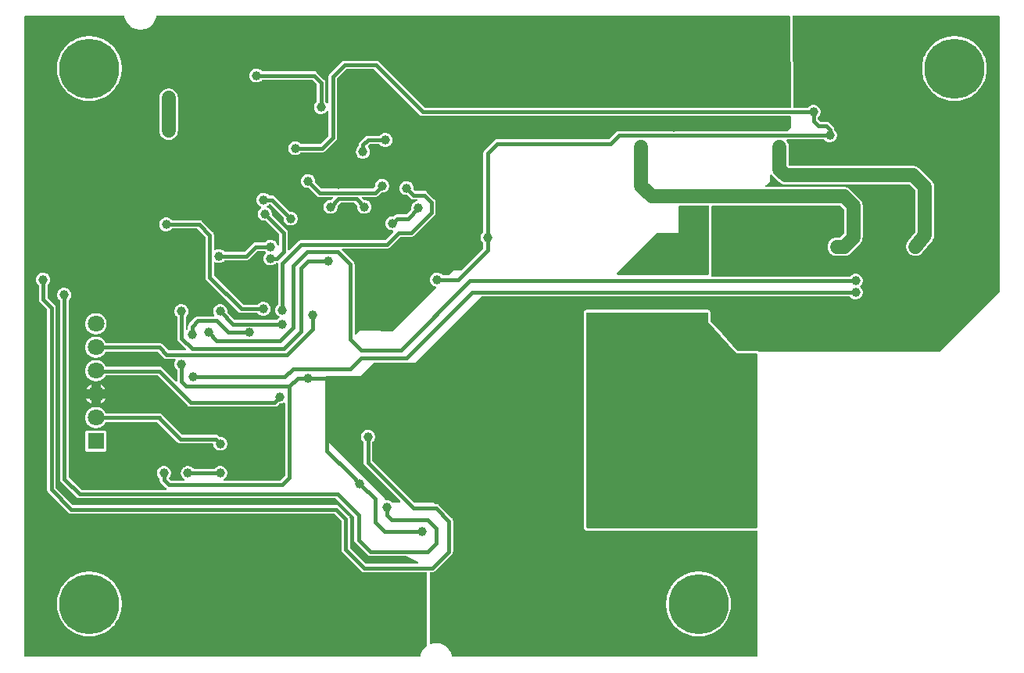
<source format=gbl>
G04 Layer: BottomLayer*
G04 EasyEDA v6.5.46, 2024-09-04 15:22:54*
G04 7e3de0c28ba0407f9a50c99fc0ac79d7,79071ce94af74c669a867ceed4e6d4b3,10*
G04 Gerber Generator version 0.2*
G04 Scale: 100 percent, Rotated: No, Reflected: No *
G04 Dimensions in millimeters *
G04 leading zeros omitted , absolute positions ,4 integer and 5 decimal *
%FSLAX45Y45*%
%MOMM*%

%ADD10C,0.4000*%
%ADD11C,1.5000*%
%ADD12C,1.8000*%
%ADD13R,1.8000X1.8000*%
%ADD14C,6.5000*%
%ADD15C,1.0000*%
%ADD16C,0.0143*%

%LPD*%
G36*
X6336436Y4165600D02*
G01*
X6332524Y4166362D01*
X6329222Y4168597D01*
X6327038Y4171848D01*
X6326276Y4175760D01*
X6327038Y4179671D01*
X6329222Y4182922D01*
X6766102Y4619802D01*
X6769404Y4622038D01*
X6773316Y4622800D01*
X6996684Y4622800D01*
X6997700Y4623816D01*
X6997700Y4904740D01*
X6998462Y4908651D01*
X7000697Y4911902D01*
X7003948Y4914138D01*
X7007859Y4914900D01*
X7317740Y4914900D01*
X7321651Y4914138D01*
X7324902Y4911902D01*
X7327138Y4908651D01*
X7327900Y4904740D01*
X7327900Y4175760D01*
X7327138Y4171848D01*
X7324902Y4168597D01*
X7321651Y4166362D01*
X7317740Y4165600D01*
G37*

%LPD*%
G36*
X6010148Y1422400D02*
G01*
X6006236Y1423162D01*
X6002985Y1425346D01*
X6000750Y1428648D01*
X5999988Y1432560D01*
X5994400Y3749040D01*
X5995212Y3752900D01*
X5997397Y3756202D01*
X6000699Y3758437D01*
X6004560Y3759200D01*
X7305040Y3759200D01*
X7308951Y3758437D01*
X7312202Y3756202D01*
X7314438Y3752951D01*
X7315200Y3749040D01*
X7315200Y3658615D01*
X7315809Y3656939D01*
X7455001Y3505098D01*
X7619238Y3315614D01*
X7621016Y3314700D01*
X7837931Y3314700D01*
X7841843Y3313937D01*
X7845094Y3311702D01*
X7847330Y3308451D01*
X7848092Y3304540D01*
X7848092Y1432560D01*
X7847330Y1428648D01*
X7845094Y1425397D01*
X7841843Y1423162D01*
X7837931Y1422400D01*
G37*

%LPD*%
G36*
X4553559Y25908D02*
G01*
X4550156Y26517D01*
X4547108Y28194D01*
X4544872Y30835D01*
X4543602Y34086D01*
X4542231Y40894D01*
X4537760Y56489D01*
X4536643Y59639D01*
X4530394Y74777D01*
X4528921Y77774D01*
X4520996Y92151D01*
X4519218Y94945D01*
X4509719Y108356D01*
X4507687Y110947D01*
X4496765Y123189D01*
X4482185Y136448D01*
X4479544Y138531D01*
X4466183Y148031D01*
X4463389Y149809D01*
X4449013Y157734D01*
X4446016Y159156D01*
X4430877Y165455D01*
X4427728Y166573D01*
X4411980Y171094D01*
X4408728Y171856D01*
X4392574Y174599D01*
X4389272Y174955D01*
X4372914Y175869D01*
X4369562Y175869D01*
X4353204Y174955D01*
X4349902Y174599D01*
X4333697Y171856D01*
X4310227Y165455D01*
X4306316Y166217D01*
X4303014Y168402D01*
X4300778Y171704D01*
X4300016Y175615D01*
X4300016Y934516D01*
X4300778Y938428D01*
X4302963Y941730D01*
X4306265Y943914D01*
X4310126Y944676D01*
X4332579Y944727D01*
X4341215Y945946D01*
X4349242Y948639D01*
X4356608Y952753D01*
X4363516Y958494D01*
X4542180Y1137208D01*
X4547514Y1144270D01*
X4551273Y1151839D01*
X4553559Y1159967D01*
X4554423Y1168857D01*
X4554372Y1500378D01*
X4553153Y1509115D01*
X4550460Y1517142D01*
X4546346Y1524508D01*
X4540605Y1531416D01*
X4399991Y1671980D01*
X4392930Y1677314D01*
X4385360Y1681073D01*
X4377232Y1683359D01*
X4368342Y1684223D01*
X4365193Y1684223D01*
X4361332Y1684985D01*
X4358030Y1687169D01*
X4344111Y1701088D01*
X4342384Y1701800D01*
X4133138Y1701800D01*
X4129227Y1702562D01*
X4125925Y1704797D01*
X3681069Y2149652D01*
X3678885Y2152954D01*
X3678123Y2156815D01*
X3678123Y2348026D01*
X3678986Y2352192D01*
X3681526Y2355596D01*
X3686860Y2360371D01*
X3694277Y2369362D01*
X3700221Y2379319D01*
X3704539Y2390089D01*
X3707180Y2401417D01*
X3708095Y2413000D01*
X3707180Y2424582D01*
X3704539Y2435910D01*
X3700221Y2446680D01*
X3694277Y2456637D01*
X3686860Y2465628D01*
X3678174Y2473350D01*
X3668471Y2479649D01*
X3657854Y2484424D01*
X3646627Y2487472D01*
X3635095Y2488844D01*
X3623513Y2488387D01*
X3612083Y2486152D01*
X3601161Y2482240D01*
X3590950Y2476703D01*
X3581704Y2469642D01*
X3573678Y2461260D01*
X3566972Y2451760D01*
X3561842Y2441346D01*
X3558336Y2430272D01*
X3556558Y2418791D01*
X3556558Y2407208D01*
X3558336Y2395728D01*
X3561842Y2384653D01*
X3566972Y2374239D01*
X3573678Y2364740D01*
X3584448Y2353665D01*
X3585819Y2350922D01*
X3586276Y2347823D01*
X3586327Y2131822D01*
X3587546Y2123084D01*
X3590239Y2115058D01*
X3594354Y2107692D01*
X3600094Y2100783D01*
X3981754Y1719122D01*
X3983939Y1715871D01*
X3984701Y1711960D01*
X3983939Y1708048D01*
X3981754Y1704797D01*
X3978452Y1702562D01*
X3974541Y1701800D01*
X3896004Y1701800D01*
X3892346Y1702460D01*
X3889197Y1704390D01*
X3881374Y1711350D01*
X3871671Y1717649D01*
X3861054Y1722424D01*
X3849827Y1725472D01*
X3838295Y1726844D01*
X3828592Y1726438D01*
X3824427Y1727149D01*
X3820922Y1729486D01*
X3177895Y2384653D01*
X3175762Y2387904D01*
X3175000Y2391765D01*
X3175000Y3063240D01*
X3175762Y3067151D01*
X3177997Y3070402D01*
X3181248Y3072638D01*
X3185160Y3073400D01*
X3554984Y3073400D01*
X3556711Y3074111D01*
X3692702Y3210102D01*
X3696004Y3212338D01*
X3699916Y3213100D01*
X4139184Y3213100D01*
X4140911Y3213811D01*
X4853330Y3926230D01*
X4856632Y3928414D01*
X4860493Y3929176D01*
X8850274Y3929176D01*
X8854236Y3928364D01*
X8857589Y3926078D01*
X8864904Y3918458D01*
X8874150Y3911396D01*
X8884361Y3905859D01*
X8895283Y3901948D01*
X8906713Y3899712D01*
X8918295Y3899255D01*
X8929827Y3900627D01*
X8941054Y3903675D01*
X8951671Y3908450D01*
X8961374Y3914749D01*
X8970060Y3922471D01*
X8977477Y3931462D01*
X8983421Y3941419D01*
X8987739Y3952189D01*
X8990380Y3963517D01*
X8991295Y3975100D01*
X8990380Y3986682D01*
X8987739Y3998010D01*
X8983421Y4008780D01*
X8977477Y4018737D01*
X8970060Y4027728D01*
X8966352Y4031030D01*
X8963863Y4034434D01*
X8962948Y4038600D01*
X8963863Y4042765D01*
X8966352Y4046169D01*
X8970060Y4049471D01*
X8977477Y4058462D01*
X8983421Y4068419D01*
X8987739Y4079189D01*
X8990380Y4090517D01*
X8991295Y4102100D01*
X8990380Y4113682D01*
X8987739Y4125010D01*
X8983421Y4135780D01*
X8977477Y4145737D01*
X8970060Y4154728D01*
X8961374Y4162450D01*
X8951671Y4168749D01*
X8941054Y4173524D01*
X8929827Y4176572D01*
X8918295Y4177944D01*
X8906713Y4177487D01*
X8895283Y4175251D01*
X8884361Y4171340D01*
X8874150Y4165803D01*
X8864904Y4158742D01*
X8857589Y4151122D01*
X8854236Y4148836D01*
X8850274Y4148023D01*
X7363155Y4148023D01*
X7358989Y4148886D01*
X7355535Y4151376D01*
X7353452Y4155084D01*
X7353046Y4159300D01*
X7353808Y4166158D01*
X7353808Y4905451D01*
X7354570Y4909312D01*
X7356805Y4912614D01*
X7360056Y4914798D01*
X7363968Y4915611D01*
X8742375Y4915611D01*
X8746286Y4914798D01*
X8749588Y4912614D01*
X8786114Y4876088D01*
X8788298Y4872786D01*
X8789111Y4868875D01*
X8789111Y4618024D01*
X8788298Y4614113D01*
X8786114Y4610811D01*
X8749588Y4574286D01*
X8746286Y4572101D01*
X8742375Y4571288D01*
X8712555Y4571288D01*
X8699042Y4570425D01*
X8686088Y4567834D01*
X8673592Y4563618D01*
X8661755Y4557776D01*
X8650782Y4550460D01*
X8640876Y4541723D01*
X8632139Y4531817D01*
X8624824Y4520844D01*
X8618982Y4509008D01*
X8614765Y4496511D01*
X8612174Y4483557D01*
X8611311Y4470400D01*
X8612174Y4457242D01*
X8614765Y4444288D01*
X8618982Y4431792D01*
X8624824Y4419955D01*
X8632139Y4408982D01*
X8640876Y4399076D01*
X8650782Y4390339D01*
X8661755Y4383024D01*
X8673592Y4377182D01*
X8686088Y4372965D01*
X8699042Y4370374D01*
X8712555Y4369511D01*
X8788044Y4369511D01*
X8801557Y4370374D01*
X8814511Y4372965D01*
X8827008Y4377182D01*
X8838844Y4383024D01*
X8849817Y4390339D01*
X8859977Y4399280D01*
X8961120Y4500422D01*
X8970060Y4510582D01*
X8977376Y4521555D01*
X8983218Y4533392D01*
X8987434Y4545888D01*
X8990025Y4558842D01*
X8990888Y4572355D01*
X8990888Y4914544D01*
X8990025Y4928057D01*
X8987434Y4941011D01*
X8983218Y4953508D01*
X8977376Y4965344D01*
X8970060Y4976317D01*
X8961120Y4986477D01*
X8859977Y5087620D01*
X8849817Y5096560D01*
X8838844Y5103876D01*
X8827008Y5109718D01*
X8814511Y5113934D01*
X8801557Y5116525D01*
X8788044Y5117388D01*
X7946136Y5117388D01*
X7942122Y5118252D01*
X7938770Y5120640D01*
X7936585Y5124145D01*
X7936026Y5128209D01*
X7937093Y5132171D01*
X7939684Y5135422D01*
X7943342Y5137353D01*
X7948726Y5139232D01*
X7953654Y5142331D01*
X7956042Y5144414D01*
X7981035Y5169408D01*
X7984845Y5174183D01*
X7987334Y5179415D01*
X7988604Y5185054D01*
X7988808Y5188254D01*
X7988808Y5245201D01*
X7989722Y5249418D01*
X7992262Y5252821D01*
X7996021Y5254904D01*
X8000288Y5255260D01*
X8004352Y5253837D01*
X8007400Y5250840D01*
X8009839Y5247182D01*
X8018780Y5237022D01*
X8081822Y5173980D01*
X8091982Y5165039D01*
X8102955Y5157724D01*
X8114792Y5151882D01*
X8127288Y5147665D01*
X8140242Y5145074D01*
X8153755Y5144211D01*
X9491675Y5144211D01*
X9495586Y5143398D01*
X9498888Y5141214D01*
X9560814Y5079288D01*
X9562998Y5075986D01*
X9563811Y5072075D01*
X9563811Y4636363D01*
X9563201Y4633010D01*
X9561576Y4630013D01*
X9484512Y4533696D01*
X9476790Y4522622D01*
X9470694Y4510887D01*
X9466224Y4498492D01*
X9463379Y4485589D01*
X9462211Y4472432D01*
X9462820Y4459274D01*
X9465157Y4446270D01*
X9469120Y4433671D01*
X9474708Y4421733D01*
X9481820Y4410608D01*
X9490354Y4400499D01*
X9500057Y4391609D01*
X9510877Y4384090D01*
X9522612Y4377994D01*
X9535007Y4373524D01*
X9547910Y4370679D01*
X9561068Y4369511D01*
X9574225Y4370120D01*
X9587230Y4372457D01*
X9599828Y4376420D01*
X9611766Y4382008D01*
X9622891Y4389120D01*
X9633000Y4397654D01*
X9642094Y4407611D01*
X9744557Y4535728D01*
X9752076Y4546955D01*
X9757918Y4558792D01*
X9762134Y4571288D01*
X9764725Y4584242D01*
X9765588Y4597755D01*
X9765588Y5117744D01*
X9764725Y5131257D01*
X9762134Y5144211D01*
X9757918Y5156708D01*
X9752076Y5168544D01*
X9744760Y5179517D01*
X9735820Y5189677D01*
X9609277Y5316220D01*
X9599117Y5325160D01*
X9588144Y5332476D01*
X9576308Y5338318D01*
X9563811Y5342534D01*
X9550857Y5345125D01*
X9537344Y5345988D01*
X8200948Y5345988D01*
X8197088Y5346801D01*
X8193786Y5348986D01*
X8191601Y5352288D01*
X8190788Y5356148D01*
X8190788Y5549544D01*
X8189925Y5563057D01*
X8187334Y5576011D01*
X8183118Y5588508D01*
X8177275Y5600344D01*
X8169960Y5611317D01*
X8167471Y5614111D01*
X8165541Y5617464D01*
X8164931Y5621274D01*
X8165846Y5625033D01*
X8168081Y5628182D01*
X8171332Y5630265D01*
X8175091Y5630976D01*
X8570874Y5630976D01*
X8574836Y5630164D01*
X8578189Y5627878D01*
X8585504Y5620258D01*
X8594750Y5613196D01*
X8604961Y5607659D01*
X8615883Y5603748D01*
X8627313Y5601512D01*
X8638895Y5601055D01*
X8650427Y5602427D01*
X8661654Y5605475D01*
X8672271Y5610250D01*
X8681974Y5616549D01*
X8690660Y5624271D01*
X8698077Y5633262D01*
X8704021Y5643219D01*
X8708339Y5653989D01*
X8710980Y5665317D01*
X8711895Y5676900D01*
X8710980Y5688482D01*
X8708339Y5699810D01*
X8704021Y5710580D01*
X8698077Y5720537D01*
X8690660Y5729528D01*
X8685225Y5734405D01*
X8682583Y5738012D01*
X8680653Y5750915D01*
X8677960Y5758942D01*
X8673846Y5766308D01*
X8668105Y5773216D01*
X8629091Y5812180D01*
X8622030Y5817514D01*
X8614460Y5821273D01*
X8606332Y5823559D01*
X8597442Y5824423D01*
X8532215Y5824423D01*
X8528354Y5825185D01*
X8525052Y5827369D01*
X8507069Y5845352D01*
X8504885Y5848654D01*
X8504123Y5852515D01*
X8504123Y5865926D01*
X8504986Y5870092D01*
X8507526Y5873496D01*
X8512860Y5878271D01*
X8520277Y5887262D01*
X8526221Y5897219D01*
X8530539Y5907989D01*
X8533180Y5919317D01*
X8534095Y5930900D01*
X8533180Y5942482D01*
X8530539Y5953810D01*
X8526221Y5964580D01*
X8520277Y5974537D01*
X8512860Y5983528D01*
X8504174Y5991250D01*
X8494471Y5997549D01*
X8483854Y6002324D01*
X8472627Y6005372D01*
X8461095Y6006744D01*
X8449513Y6006287D01*
X8438083Y6004052D01*
X8427161Y6000140D01*
X8416950Y5994603D01*
X8407704Y5987542D01*
X8400389Y5979922D01*
X8397036Y5977636D01*
X8393074Y5976823D01*
X8250631Y5976823D01*
X8246770Y5977585D01*
X8243468Y5979769D01*
X8241284Y5983020D01*
X8240471Y5986881D01*
X8230463Y6963816D01*
X8231174Y6967728D01*
X8233409Y6971080D01*
X8236712Y6973316D01*
X8240623Y6974078D01*
X10464038Y6974078D01*
X10467949Y6973316D01*
X10471200Y6971131D01*
X10473436Y6967829D01*
X10474198Y6963918D01*
X10474198Y3979367D01*
X10473436Y3975506D01*
X10471200Y3972204D01*
X9829901Y3330905D01*
X9826599Y3328670D01*
X9822738Y3327908D01*
X8966200Y3327908D01*
X7871053Y3331057D01*
X7868208Y3332073D01*
X7864703Y3334918D01*
X7859826Y3337966D01*
X7854340Y3339896D01*
X7848041Y3340608D01*
X7636459Y3340608D01*
X7632242Y3341522D01*
X7628788Y3344113D01*
X7473950Y3522776D01*
X7343800Y3664762D01*
X7341819Y3667963D01*
X7341108Y3671620D01*
X7341108Y3758641D01*
X7340396Y3764940D01*
X7338466Y3770426D01*
X7335418Y3775303D01*
X7331303Y3779418D01*
X7326426Y3782466D01*
X7320940Y3784396D01*
X7314641Y3785108D01*
X5994958Y3785108D01*
X5988659Y3784396D01*
X5983173Y3782466D01*
X5978296Y3779418D01*
X5974181Y3775303D01*
X5971133Y3770426D01*
X5969203Y3764940D01*
X5968492Y3758539D01*
X5974080Y1422908D01*
X5974791Y1416659D01*
X5976721Y1411173D01*
X5979820Y1406296D01*
X5983884Y1402181D01*
X5988812Y1399133D01*
X5994247Y1397203D01*
X6000546Y1396492D01*
X7837931Y1396492D01*
X7841843Y1395730D01*
X7845094Y1393494D01*
X7847330Y1390243D01*
X7848092Y1386332D01*
X7848092Y36068D01*
X7847330Y32156D01*
X7845094Y28905D01*
X7841843Y26670D01*
X7837931Y25908D01*
G37*

%LPC*%
G36*
X7213600Y249072D02*
G01*
X7239812Y250088D01*
X7265873Y253034D01*
X7291679Y257911D01*
X7317028Y264668D01*
X7341768Y273354D01*
X7365847Y283819D01*
X7389063Y296113D01*
X7411262Y310083D01*
X7432395Y325628D01*
X7452258Y342747D01*
X7470800Y361340D01*
X7487920Y381203D01*
X7503515Y402336D01*
X7517485Y424535D01*
X7529728Y447751D01*
X7540244Y471779D01*
X7548930Y496570D01*
X7555687Y521919D01*
X7560564Y547674D01*
X7563510Y573786D01*
X7564475Y599998D01*
X7563510Y626211D01*
X7560564Y652272D01*
X7555687Y678078D01*
X7548930Y703427D01*
X7540244Y728218D01*
X7529728Y752246D01*
X7517485Y775462D01*
X7503515Y797661D01*
X7487920Y818794D01*
X7470800Y838657D01*
X7452258Y857250D01*
X7432395Y874318D01*
X7411262Y889914D01*
X7389063Y903884D01*
X7365847Y916127D01*
X7341768Y926642D01*
X7317028Y935329D01*
X7291679Y942086D01*
X7265873Y946962D01*
X7239812Y949909D01*
X7213600Y950874D01*
X7187387Y949909D01*
X7161275Y946962D01*
X7135520Y942086D01*
X7110171Y935329D01*
X7085380Y926642D01*
X7061352Y916127D01*
X7038136Y903884D01*
X7015937Y889914D01*
X6994804Y874318D01*
X6974941Y857250D01*
X6956348Y838657D01*
X6939229Y818794D01*
X6923684Y797661D01*
X6909714Y775462D01*
X6897420Y752246D01*
X6886956Y728218D01*
X6878269Y703427D01*
X6871512Y678078D01*
X6866636Y652272D01*
X6863689Y626211D01*
X6862673Y599998D01*
X6863689Y573786D01*
X6866636Y547674D01*
X6871512Y521919D01*
X6878269Y496570D01*
X6886956Y471779D01*
X6897420Y447751D01*
X6909714Y424535D01*
X6923684Y402336D01*
X6939229Y381203D01*
X6956348Y361340D01*
X6974941Y342747D01*
X6994804Y325628D01*
X7015937Y310083D01*
X7038136Y296113D01*
X7061352Y283819D01*
X7085380Y273354D01*
X7110171Y264668D01*
X7135520Y257911D01*
X7161275Y253034D01*
X7187387Y250088D01*
G37*
G36*
X9984994Y6049111D02*
G01*
X10011206Y6050076D01*
X10037267Y6053023D01*
X10063073Y6057900D01*
X10088422Y6064707D01*
X10113162Y6073343D01*
X10137241Y6083858D01*
X10160406Y6096101D01*
X10182656Y6110071D01*
X10203738Y6125667D01*
X10223652Y6142786D01*
X10242194Y6161328D01*
X10259314Y6181191D01*
X10274909Y6202324D01*
X10288879Y6224524D01*
X10301122Y6247739D01*
X10311638Y6271818D01*
X10320274Y6296558D01*
X10327081Y6321907D01*
X10331958Y6347714D01*
X10334904Y6373774D01*
X10335869Y6399987D01*
X10334904Y6426200D01*
X10331958Y6452311D01*
X10327081Y6478066D01*
X10320274Y6503416D01*
X10311638Y6528206D01*
X10301122Y6552234D01*
X10288879Y6575450D01*
X10274909Y6597650D01*
X10259314Y6618782D01*
X10242194Y6638645D01*
X10223652Y6657238D01*
X10203738Y6674358D01*
X10182656Y6689902D01*
X10160406Y6703872D01*
X10137241Y6716166D01*
X10113162Y6726631D01*
X10088422Y6735318D01*
X10063073Y6742125D01*
X10037267Y6747002D01*
X10011206Y6749897D01*
X9984994Y6750913D01*
X9958730Y6749897D01*
X9932670Y6747002D01*
X9906914Y6742125D01*
X9881565Y6735318D01*
X9856774Y6726631D01*
X9832746Y6716166D01*
X9809530Y6703872D01*
X9787280Y6689902D01*
X9766198Y6674358D01*
X9746284Y6657238D01*
X9727742Y6638645D01*
X9710623Y6618782D01*
X9695027Y6597650D01*
X9681108Y6575450D01*
X9668814Y6552234D01*
X9658350Y6528206D01*
X9649663Y6503416D01*
X9642856Y6478066D01*
X9637979Y6452311D01*
X9635032Y6426200D01*
X9634067Y6399987D01*
X9635032Y6373774D01*
X9637979Y6347714D01*
X9642856Y6321907D01*
X9649663Y6296558D01*
X9658350Y6271818D01*
X9668814Y6247739D01*
X9681108Y6224524D01*
X9695027Y6202324D01*
X9710623Y6181191D01*
X9727742Y6161328D01*
X9746284Y6142786D01*
X9766198Y6125667D01*
X9787280Y6110071D01*
X9809530Y6096101D01*
X9832746Y6083858D01*
X9856774Y6073343D01*
X9881565Y6064707D01*
X9906914Y6057900D01*
X9932670Y6053023D01*
X9958730Y6050076D01*
G37*

%LPD*%
G36*
X-78232Y25908D02*
G01*
X-82143Y26670D01*
X-85394Y28905D01*
X-87630Y32156D01*
X-88392Y36068D01*
X-88595Y6963918D01*
X-87782Y6967829D01*
X-85598Y6971080D01*
X-82296Y6973316D01*
X-78435Y6974078D01*
X985418Y6974078D01*
X988923Y6973468D01*
X992022Y6971690D01*
X994257Y6968947D01*
X995476Y6965645D01*
X997305Y6955739D01*
X1002944Y6936841D01*
X1009243Y6921703D01*
X1010666Y6918706D01*
X1018590Y6904329D01*
X1020368Y6901535D01*
X1029868Y6888175D01*
X1031951Y6885533D01*
X1045210Y6870953D01*
X1057452Y6860031D01*
X1060043Y6858000D01*
X1073404Y6848500D01*
X1076248Y6846722D01*
X1090574Y6838797D01*
X1093571Y6837324D01*
X1108760Y6831075D01*
X1111910Y6829958D01*
X1127658Y6825437D01*
X1130909Y6824675D01*
X1147064Y6821931D01*
X1150366Y6821576D01*
X1166723Y6820662D01*
X1170076Y6820662D01*
X1186434Y6821576D01*
X1189736Y6821931D01*
X1205890Y6824675D01*
X1209141Y6825437D01*
X1224889Y6829958D01*
X1228039Y6831075D01*
X1243177Y6837324D01*
X1246174Y6838797D01*
X1260551Y6846722D01*
X1263345Y6848500D01*
X1276756Y6857949D01*
X1279347Y6860031D01*
X1291539Y6870953D01*
X1293926Y6873341D01*
X1304848Y6885533D01*
X1306931Y6888175D01*
X1316431Y6901535D01*
X1318158Y6904329D01*
X1326134Y6918706D01*
X1327556Y6921703D01*
X1333855Y6936841D01*
X1339494Y6955739D01*
X1341323Y6965645D01*
X1342542Y6968947D01*
X1344828Y6971690D01*
X1347876Y6973468D01*
X1351381Y6974078D01*
X8194395Y6974078D01*
X8198256Y6973316D01*
X8201558Y6971131D01*
X8203742Y6967880D01*
X8204555Y6964019D01*
X8214563Y5987084D01*
X8213801Y5983173D01*
X8211616Y5979820D01*
X8208314Y5977585D01*
X8204403Y5976823D01*
X4252315Y5976823D01*
X4248454Y5977585D01*
X4245152Y5979769D01*
X3752291Y6472580D01*
X3745229Y6477914D01*
X3737660Y6481673D01*
X3729532Y6483959D01*
X3720642Y6484823D01*
X3376422Y6484772D01*
X3367684Y6483553D01*
X3359658Y6480860D01*
X3352292Y6476746D01*
X3345383Y6471005D01*
X3217519Y6343091D01*
X3212185Y6336030D01*
X3208426Y6328460D01*
X3206140Y6320332D01*
X3205276Y6311442D01*
X3205276Y6030315D01*
X3204362Y6026048D01*
X3201720Y6022543D01*
X3197809Y6020511D01*
X3193440Y6020308D01*
X3189376Y6021933D01*
X3186277Y6025337D01*
X3178860Y6034328D01*
X3173526Y6039104D01*
X3170986Y6042507D01*
X3170123Y6046673D01*
X3170072Y6250178D01*
X3168853Y6258915D01*
X3166160Y6266942D01*
X3162046Y6274308D01*
X3156305Y6281216D01*
X3079191Y6358280D01*
X3072130Y6363614D01*
X3064560Y6367373D01*
X3056432Y6369659D01*
X3047542Y6370523D01*
X2490673Y6370523D01*
X2486355Y6371488D01*
X2482850Y6374180D01*
X2480360Y6377228D01*
X2471674Y6384950D01*
X2461971Y6391249D01*
X2451354Y6396024D01*
X2440127Y6399072D01*
X2428595Y6400444D01*
X2417013Y6399987D01*
X2405583Y6397752D01*
X2394661Y6393840D01*
X2384450Y6388303D01*
X2375204Y6381242D01*
X2367178Y6372860D01*
X2360472Y6363360D01*
X2355342Y6352946D01*
X2351836Y6341872D01*
X2350058Y6330391D01*
X2350058Y6318808D01*
X2351836Y6307328D01*
X2355342Y6296253D01*
X2360472Y6285839D01*
X2367178Y6276340D01*
X2375204Y6267958D01*
X2384450Y6260896D01*
X2394661Y6255359D01*
X2405583Y6251448D01*
X2417013Y6249212D01*
X2428595Y6248755D01*
X2440127Y6250127D01*
X2451354Y6253175D01*
X2461971Y6257950D01*
X2471674Y6264249D01*
X2480360Y6271971D01*
X2482850Y6275019D01*
X2486355Y6277711D01*
X2490673Y6278676D01*
X3024784Y6278676D01*
X3028645Y6277914D01*
X3031947Y6275730D01*
X3075330Y6232347D01*
X3077514Y6229045D01*
X3078276Y6225184D01*
X3078276Y6046876D01*
X3077819Y6043777D01*
X3076448Y6041034D01*
X3065678Y6029960D01*
X3058972Y6020460D01*
X3053842Y6010046D01*
X3050336Y5998972D01*
X3048558Y5987491D01*
X3048558Y5975908D01*
X3050336Y5964428D01*
X3053842Y5953353D01*
X3058972Y5942939D01*
X3065678Y5933440D01*
X3073704Y5925058D01*
X3082950Y5917996D01*
X3093161Y5912459D01*
X3104083Y5908548D01*
X3115513Y5906312D01*
X3127095Y5905855D01*
X3138627Y5907227D01*
X3149854Y5910275D01*
X3160471Y5915050D01*
X3170174Y5921349D01*
X3178860Y5929071D01*
X3186379Y5938266D01*
X3189376Y5941466D01*
X3193440Y5943092D01*
X3197809Y5942888D01*
X3201720Y5940856D01*
X3204362Y5937351D01*
X3205276Y5933084D01*
X3205276Y5674715D01*
X3204514Y5670854D01*
X3202330Y5667552D01*
X3120847Y5586069D01*
X3117545Y5583885D01*
X3113684Y5583123D01*
X2909773Y5583123D01*
X2905455Y5584088D01*
X2901950Y5586780D01*
X2899460Y5589828D01*
X2890774Y5597550D01*
X2881071Y5603849D01*
X2870454Y5608624D01*
X2859227Y5611672D01*
X2847695Y5613044D01*
X2836113Y5612587D01*
X2824683Y5610352D01*
X2813761Y5606440D01*
X2803550Y5600903D01*
X2794304Y5593842D01*
X2786278Y5585460D01*
X2779572Y5575960D01*
X2774442Y5565546D01*
X2770936Y5554472D01*
X2769158Y5542991D01*
X2769158Y5531408D01*
X2770936Y5519928D01*
X2774442Y5508853D01*
X2779572Y5498439D01*
X2786278Y5488940D01*
X2794304Y5480558D01*
X2803550Y5473496D01*
X2813761Y5467959D01*
X2824683Y5464048D01*
X2836113Y5461812D01*
X2847695Y5461355D01*
X2859227Y5462727D01*
X2870454Y5465775D01*
X2881071Y5470550D01*
X2890774Y5476849D01*
X2899460Y5484571D01*
X2901950Y5487619D01*
X2905455Y5490311D01*
X2909773Y5491276D01*
X3138678Y5491327D01*
X3147415Y5492546D01*
X3155442Y5495239D01*
X3162808Y5499354D01*
X3169716Y5505094D01*
X3284880Y5620308D01*
X3290214Y5627370D01*
X3293973Y5634939D01*
X3296259Y5643067D01*
X3297123Y5651957D01*
X3297123Y6288684D01*
X3297885Y6292545D01*
X3300069Y6295847D01*
X3394252Y6390030D01*
X3397554Y6392214D01*
X3401415Y6392976D01*
X3697884Y6392976D01*
X3701745Y6392214D01*
X3705047Y6390030D01*
X4197908Y5897219D01*
X4204970Y5891885D01*
X4212539Y5888126D01*
X4220667Y5885840D01*
X4229557Y5884976D01*
X8205571Y5884976D01*
X8209432Y5884214D01*
X8212683Y5882030D01*
X8214918Y5878779D01*
X8215731Y5874918D01*
X8216849Y5763717D01*
X8216087Y5759754D01*
X8213902Y5756452D01*
X8183219Y5725769D01*
X8179917Y5723585D01*
X8176056Y5722823D01*
X6348222Y5722772D01*
X6339484Y5721553D01*
X6331458Y5718860D01*
X6324092Y5714746D01*
X6317183Y5709005D01*
X6245047Y5636869D01*
X6241745Y5634685D01*
X6237884Y5633923D01*
X5027422Y5633872D01*
X5018684Y5632653D01*
X5010658Y5629960D01*
X5003292Y5625846D01*
X4996383Y5620105D01*
X4893919Y5517591D01*
X4888585Y5510530D01*
X4884826Y5502960D01*
X4882540Y5494832D01*
X4881676Y5485942D01*
X4881676Y4637176D01*
X4881219Y4634077D01*
X4879848Y4631334D01*
X4869078Y4620260D01*
X4862372Y4610760D01*
X4857242Y4600346D01*
X4853736Y4589272D01*
X4851958Y4577791D01*
X4851958Y4566208D01*
X4853736Y4554728D01*
X4857242Y4543653D01*
X4862372Y4533239D01*
X4869078Y4523740D01*
X4879848Y4512665D01*
X4881219Y4509922D01*
X4881676Y4506823D01*
X4881676Y4455515D01*
X4880914Y4451654D01*
X4878730Y4448352D01*
X4643424Y4213047D01*
X4640122Y4210812D01*
X4636211Y4210050D01*
X4560316Y4210050D01*
X4558588Y4209338D01*
X4512919Y4163669D01*
X4509617Y4161485D01*
X4505756Y4160723D01*
X4446473Y4160723D01*
X4442155Y4161688D01*
X4438650Y4164380D01*
X4436160Y4167428D01*
X4427474Y4175150D01*
X4417771Y4181449D01*
X4407154Y4186224D01*
X4395927Y4189272D01*
X4384395Y4190644D01*
X4372813Y4190187D01*
X4361383Y4187951D01*
X4350461Y4184040D01*
X4340250Y4178503D01*
X4331004Y4171442D01*
X4322978Y4163060D01*
X4316272Y4153560D01*
X4311142Y4143146D01*
X4307636Y4132072D01*
X4305858Y4120591D01*
X4305858Y4109008D01*
X4307636Y4097528D01*
X4311142Y4086453D01*
X4316272Y4076039D01*
X4322978Y4066540D01*
X4331004Y4058158D01*
X4340250Y4051096D01*
X4350461Y4045559D01*
X4361383Y4041648D01*
X4367326Y4040479D01*
X4371340Y4038752D01*
X4374235Y4035501D01*
X4375505Y4031335D01*
X4374946Y4027017D01*
X4372559Y4023309D01*
X3901897Y3552647D01*
X3898595Y3550412D01*
X3894683Y3549650D01*
X3788816Y3549650D01*
X3784904Y3550412D01*
X3781602Y3552647D01*
X3772611Y3561638D01*
X3770884Y3562350D01*
X3544315Y3562350D01*
X3542588Y3561638D01*
X3504946Y3523996D01*
X3501644Y3521811D01*
X3497783Y3521049D01*
X3493871Y3521811D01*
X3490569Y3523996D01*
X3488385Y3527298D01*
X3487623Y3531209D01*
X3487572Y4281678D01*
X3486353Y4290415D01*
X3483660Y4298442D01*
X3479546Y4305808D01*
X3473805Y4312716D01*
X3353968Y4432554D01*
X3351784Y4435856D01*
X3351022Y4439716D01*
X3351784Y4443628D01*
X3353968Y4446930D01*
X3357270Y4449114D01*
X3361182Y4449876D01*
X3837178Y4449927D01*
X3845915Y4451146D01*
X3853942Y4453839D01*
X3861308Y4457954D01*
X3868216Y4463694D01*
X3978452Y4573930D01*
X3981754Y4576114D01*
X3985615Y4576876D01*
X4103878Y4576927D01*
X4112615Y4578146D01*
X4120642Y4580839D01*
X4128008Y4584954D01*
X4134916Y4590694D01*
X4351680Y4807508D01*
X4357014Y4814570D01*
X4360773Y4822139D01*
X4363059Y4830267D01*
X4363923Y4839157D01*
X4363872Y4954778D01*
X4362653Y4963515D01*
X4359960Y4971542D01*
X4355846Y4978908D01*
X4350105Y4985816D01*
X4272991Y5062880D01*
X4265930Y5068214D01*
X4258360Y5071973D01*
X4250232Y5074259D01*
X4241342Y5075123D01*
X4150715Y5075123D01*
X4146854Y5075885D01*
X4143552Y5078069D01*
X4129684Y5091938D01*
X4127347Y5095595D01*
X4126737Y5099862D01*
X4127195Y5105400D01*
X4126280Y5116982D01*
X4123639Y5128310D01*
X4119321Y5139080D01*
X4113377Y5149037D01*
X4105960Y5158028D01*
X4097274Y5165750D01*
X4087571Y5172049D01*
X4076954Y5176824D01*
X4065727Y5179872D01*
X4054195Y5181244D01*
X4042613Y5180787D01*
X4031183Y5178552D01*
X4020261Y5174640D01*
X4010050Y5169103D01*
X4000804Y5162042D01*
X3992778Y5153660D01*
X3986072Y5144160D01*
X3980942Y5133746D01*
X3977436Y5122672D01*
X3975658Y5111191D01*
X3975658Y5099608D01*
X3977436Y5088128D01*
X3980942Y5077053D01*
X3986072Y5066639D01*
X3992778Y5057140D01*
X4000804Y5048758D01*
X4010050Y5041696D01*
X4020261Y5036159D01*
X4031183Y5032248D01*
X4042613Y5030012D01*
X4054195Y5029555D01*
X4059529Y5029758D01*
X4062374Y5028742D01*
X4064863Y5026914D01*
X4096308Y4995519D01*
X4103370Y4990185D01*
X4110939Y4986426D01*
X4119067Y4984140D01*
X4127957Y4983276D01*
X4158792Y4983276D01*
X4162958Y4982413D01*
X4166362Y4979873D01*
X4168495Y4976215D01*
X4168901Y4971948D01*
X4167530Y4967935D01*
X4164634Y4964836D01*
X4160723Y4963160D01*
X4158183Y4962652D01*
X4147261Y4958740D01*
X4137050Y4953203D01*
X4127804Y4946142D01*
X4119778Y4937760D01*
X4113072Y4928260D01*
X4107942Y4917846D01*
X4104436Y4906772D01*
X4102658Y4895291D01*
X4102658Y4882997D01*
X4101846Y4879086D01*
X4099661Y4875784D01*
X4047947Y4824069D01*
X4044645Y4821885D01*
X4040784Y4821123D01*
X3947922Y4821072D01*
X3939184Y4819853D01*
X3931158Y4817160D01*
X3923690Y4812995D01*
X3918661Y4809032D01*
X3912412Y4802835D01*
X3908551Y4800447D01*
X3904081Y4799939D01*
X3901795Y4800244D01*
X3890213Y4799787D01*
X3878783Y4797552D01*
X3867861Y4793640D01*
X3857650Y4788103D01*
X3848404Y4781042D01*
X3840378Y4772660D01*
X3833672Y4763160D01*
X3828542Y4752746D01*
X3825036Y4741672D01*
X3823258Y4730191D01*
X3823258Y4718608D01*
X3825036Y4707128D01*
X3828542Y4696053D01*
X3833672Y4685639D01*
X3840378Y4676140D01*
X3848404Y4667758D01*
X3857650Y4660696D01*
X3867861Y4655159D01*
X3878783Y4651248D01*
X3890213Y4649012D01*
X3899204Y4648657D01*
X3903014Y4647793D01*
X3906215Y4645507D01*
X3908298Y4642256D01*
X3909009Y4638395D01*
X3908196Y4634585D01*
X3906012Y4631334D01*
X3819347Y4544669D01*
X3816045Y4542485D01*
X3812184Y4541723D01*
X2906522Y4541672D01*
X2897784Y4540453D01*
X2889758Y4537760D01*
X2882392Y4533646D01*
X2875483Y4527905D01*
X2781046Y4433468D01*
X2777744Y4431284D01*
X2773883Y4430522D01*
X2769971Y4431284D01*
X2766669Y4433468D01*
X2764485Y4436770D01*
X2763723Y4440682D01*
X2763672Y4624578D01*
X2762453Y4633315D01*
X2759760Y4641342D01*
X2755646Y4648708D01*
X2749905Y4655616D01*
X2592984Y4812538D01*
X2590647Y4816195D01*
X2590038Y4820462D01*
X2590495Y4826000D01*
X2589580Y4837582D01*
X2586939Y4848910D01*
X2582621Y4859680D01*
X2576677Y4869637D01*
X2569260Y4878628D01*
X2560574Y4886350D01*
X2550871Y4892649D01*
X2542997Y4896205D01*
X2539492Y4898745D01*
X2537409Y4902555D01*
X2537053Y4906873D01*
X2538577Y4910937D01*
X2541625Y4913985D01*
X2547874Y4918049D01*
X2556560Y4925771D01*
X2559050Y4928819D01*
X2562555Y4931511D01*
X2567584Y4932476D01*
X2571445Y4931714D01*
X2574747Y4929530D01*
X2715361Y4788916D01*
X2717546Y4785614D01*
X2718358Y4781702D01*
X2718358Y4769408D01*
X2720136Y4757928D01*
X2723642Y4746853D01*
X2728772Y4736439D01*
X2735478Y4726940D01*
X2743504Y4718558D01*
X2752750Y4711496D01*
X2762961Y4705959D01*
X2773883Y4702048D01*
X2785313Y4699812D01*
X2796895Y4699355D01*
X2808427Y4700727D01*
X2819654Y4703775D01*
X2830271Y4708550D01*
X2839974Y4714849D01*
X2848660Y4722571D01*
X2856077Y4731562D01*
X2862021Y4741519D01*
X2866339Y4752289D01*
X2868980Y4763617D01*
X2869895Y4775200D01*
X2868980Y4786782D01*
X2866339Y4798110D01*
X2862021Y4808880D01*
X2856077Y4818837D01*
X2848660Y4827828D01*
X2839974Y4835550D01*
X2830271Y4841849D01*
X2819654Y4846624D01*
X2808427Y4849672D01*
X2796895Y4851044D01*
X2788056Y4850688D01*
X2783941Y4851400D01*
X2780487Y4853635D01*
X2621991Y5012080D01*
X2614930Y5017414D01*
X2607360Y5021173D01*
X2599232Y5023459D01*
X2590342Y5024323D01*
X2566873Y5024323D01*
X2562555Y5025288D01*
X2559050Y5027980D01*
X2556560Y5031028D01*
X2547874Y5038750D01*
X2538171Y5045049D01*
X2527554Y5049824D01*
X2516327Y5052872D01*
X2504795Y5054244D01*
X2493213Y5053787D01*
X2481783Y5051552D01*
X2470861Y5047640D01*
X2460650Y5042103D01*
X2451404Y5035042D01*
X2443378Y5026660D01*
X2436672Y5017160D01*
X2431542Y5006746D01*
X2428036Y4995672D01*
X2426258Y4984191D01*
X2426258Y4972608D01*
X2428036Y4961128D01*
X2431542Y4950053D01*
X2436672Y4939639D01*
X2443378Y4930140D01*
X2451404Y4921758D01*
X2460650Y4914696D01*
X2470861Y4909159D01*
X2472588Y4908550D01*
X2475941Y4906568D01*
X2478278Y4903470D01*
X2479294Y4899761D01*
X2478836Y4895900D01*
X2477008Y4892497D01*
X2464104Y4882642D01*
X2456078Y4874260D01*
X2449372Y4864760D01*
X2444242Y4854346D01*
X2440736Y4843272D01*
X2438958Y4831791D01*
X2438958Y4820208D01*
X2440736Y4808728D01*
X2444242Y4797653D01*
X2449372Y4787239D01*
X2456078Y4777740D01*
X2464104Y4769358D01*
X2473350Y4762296D01*
X2483561Y4756759D01*
X2494483Y4752848D01*
X2505913Y4750612D01*
X2517495Y4750155D01*
X2522829Y4750358D01*
X2525674Y4749342D01*
X2528163Y4747514D01*
X2668930Y4606747D01*
X2671114Y4603445D01*
X2671876Y4599584D01*
X2671876Y4489653D01*
X2671013Y4485538D01*
X2668574Y4482134D01*
X2664968Y4480001D01*
X2660802Y4479544D01*
X2656789Y4480763D01*
X2653639Y4483506D01*
X2651861Y4487316D01*
X2650439Y4493310D01*
X2646121Y4504080D01*
X2640177Y4514037D01*
X2632760Y4523028D01*
X2624074Y4530750D01*
X2614371Y4537049D01*
X2603754Y4541824D01*
X2592527Y4544872D01*
X2580995Y4546244D01*
X2569413Y4545787D01*
X2557983Y4543552D01*
X2547061Y4539640D01*
X2536850Y4534103D01*
X2527604Y4527042D01*
X2520289Y4519422D01*
X2516936Y4517136D01*
X2512974Y4516323D01*
X2411222Y4516272D01*
X2402484Y4515053D01*
X2394458Y4512360D01*
X2387092Y4508246D01*
X2380183Y4502505D01*
X2295347Y4417669D01*
X2292045Y4415485D01*
X2288184Y4414723D01*
X2084273Y4414723D01*
X2079955Y4415688D01*
X2076450Y4418380D01*
X2073960Y4421428D01*
X2065274Y4429150D01*
X2055571Y4435449D01*
X2044954Y4440224D01*
X2033727Y4443272D01*
X2022195Y4444644D01*
X2010613Y4444187D01*
X1999183Y4441952D01*
X1988261Y4438040D01*
X1978609Y4432808D01*
X1974646Y4431588D01*
X1970481Y4432096D01*
X1966874Y4434230D01*
X1964486Y4437634D01*
X1963623Y4441698D01*
X1963572Y4599178D01*
X1962353Y4607915D01*
X1959660Y4615942D01*
X1955546Y4623308D01*
X1949805Y4630216D01*
X1834591Y4745380D01*
X1827530Y4750714D01*
X1819960Y4754473D01*
X1811832Y4756759D01*
X1802942Y4757623D01*
X1512773Y4757623D01*
X1508455Y4758588D01*
X1504950Y4761280D01*
X1502460Y4764328D01*
X1493774Y4772050D01*
X1484071Y4778349D01*
X1473454Y4783124D01*
X1462227Y4786172D01*
X1450695Y4787544D01*
X1439113Y4787087D01*
X1427683Y4784852D01*
X1416761Y4780940D01*
X1406550Y4775403D01*
X1397304Y4768342D01*
X1389278Y4759960D01*
X1382572Y4750460D01*
X1377442Y4740046D01*
X1373936Y4728972D01*
X1372158Y4717491D01*
X1372158Y4705908D01*
X1373936Y4694428D01*
X1377442Y4683353D01*
X1382572Y4672939D01*
X1389278Y4663440D01*
X1397304Y4655058D01*
X1406550Y4647996D01*
X1416761Y4642459D01*
X1427683Y4638548D01*
X1439113Y4636312D01*
X1450695Y4635855D01*
X1462227Y4637227D01*
X1473454Y4640275D01*
X1484071Y4645050D01*
X1493774Y4651349D01*
X1502460Y4659071D01*
X1504950Y4662119D01*
X1508455Y4664811D01*
X1512773Y4665776D01*
X1780184Y4665776D01*
X1784045Y4665014D01*
X1787347Y4662830D01*
X1868830Y4581347D01*
X1871014Y4578045D01*
X1871776Y4574184D01*
X1871827Y4138422D01*
X1873046Y4129684D01*
X1875739Y4121658D01*
X1879854Y4114292D01*
X1885594Y4107383D01*
X2229408Y3763619D01*
X2236470Y3758285D01*
X2244039Y3754526D01*
X2252167Y3752240D01*
X2261057Y3751376D01*
X2436774Y3751376D01*
X2440736Y3750564D01*
X2444089Y3748278D01*
X2451404Y3740658D01*
X2460650Y3733596D01*
X2470861Y3728059D01*
X2481783Y3724148D01*
X2493213Y3721912D01*
X2504795Y3721455D01*
X2516327Y3722827D01*
X2527554Y3725875D01*
X2538171Y3730650D01*
X2547874Y3736949D01*
X2556560Y3744671D01*
X2563977Y3753662D01*
X2569921Y3763619D01*
X2574239Y3774389D01*
X2576880Y3785717D01*
X2577795Y3797300D01*
X2576880Y3808882D01*
X2574239Y3820210D01*
X2569921Y3830980D01*
X2563977Y3840937D01*
X2556560Y3849928D01*
X2547874Y3857650D01*
X2538171Y3863949D01*
X2527554Y3868724D01*
X2516327Y3871772D01*
X2504795Y3873144D01*
X2493213Y3872687D01*
X2481783Y3870451D01*
X2470861Y3866540D01*
X2460650Y3861003D01*
X2451404Y3853942D01*
X2444089Y3846322D01*
X2440736Y3844036D01*
X2436774Y3843223D01*
X2283815Y3843223D01*
X2279954Y3843985D01*
X2276652Y3846169D01*
X1966569Y4156252D01*
X1964385Y4159554D01*
X1963623Y4163415D01*
X1963623Y4295902D01*
X1964486Y4299966D01*
X1966874Y4303369D01*
X1970481Y4305503D01*
X1974646Y4306011D01*
X1978609Y4304792D01*
X1988261Y4299559D01*
X1999183Y4295648D01*
X2010613Y4293412D01*
X2022195Y4292955D01*
X2033727Y4294327D01*
X2044954Y4297375D01*
X2055571Y4302150D01*
X2065274Y4308449D01*
X2073960Y4316171D01*
X2076450Y4319219D01*
X2079955Y4321911D01*
X2084273Y4322876D01*
X2313178Y4322927D01*
X2321915Y4324146D01*
X2329942Y4326839D01*
X2337308Y4330954D01*
X2344216Y4336694D01*
X2429052Y4421530D01*
X2432354Y4423714D01*
X2436215Y4424476D01*
X2512974Y4424476D01*
X2516936Y4423664D01*
X2520289Y4421378D01*
X2527452Y4413961D01*
X2529535Y4410710D01*
X2530246Y4406900D01*
X2529535Y4403090D01*
X2527452Y4399838D01*
X2519578Y4391660D01*
X2512872Y4382160D01*
X2507742Y4371746D01*
X2504236Y4360672D01*
X2502458Y4349191D01*
X2502458Y4337608D01*
X2504236Y4326128D01*
X2507742Y4315053D01*
X2512872Y4304639D01*
X2519578Y4295140D01*
X2527604Y4286758D01*
X2536850Y4279696D01*
X2547061Y4274159D01*
X2557983Y4270248D01*
X2569413Y4268012D01*
X2580995Y4267555D01*
X2592527Y4268927D01*
X2603754Y4271975D01*
X2614371Y4276750D01*
X2624074Y4283049D01*
X2632760Y4290771D01*
X2635351Y4293920D01*
X2638348Y4296359D01*
X2642108Y4297527D01*
X2647950Y4298188D01*
X2652166Y4297730D01*
X2655824Y4295648D01*
X2658313Y4292193D01*
X2659176Y4288078D01*
X2659176Y3849776D01*
X2658719Y3846677D01*
X2657348Y3843934D01*
X2646578Y3832860D01*
X2639872Y3823360D01*
X2634742Y3812946D01*
X2631236Y3801872D01*
X2629458Y3790391D01*
X2629458Y3778808D01*
X2631236Y3767328D01*
X2634742Y3756253D01*
X2639872Y3745839D01*
X2646578Y3736340D01*
X2654604Y3727958D01*
X2663850Y3720896D01*
X2670454Y3717340D01*
X2673705Y3714496D01*
X2675534Y3710584D01*
X2675534Y3706215D01*
X2673705Y3702304D01*
X2670454Y3699459D01*
X2663850Y3695903D01*
X2654604Y3688842D01*
X2647289Y3681222D01*
X2643936Y3678936D01*
X2639974Y3678123D01*
X2194915Y3678123D01*
X2191054Y3678885D01*
X2187752Y3681069D01*
X2110384Y3758437D01*
X2108047Y3762095D01*
X2107438Y3766362D01*
X2107895Y3771900D01*
X2106980Y3783482D01*
X2104339Y3794810D01*
X2100021Y3805580D01*
X2094077Y3815537D01*
X2086660Y3824528D01*
X2077974Y3832250D01*
X2068271Y3838549D01*
X2057654Y3843324D01*
X2046427Y3846372D01*
X2034895Y3847744D01*
X2023313Y3847287D01*
X2011883Y3845051D01*
X2000961Y3841140D01*
X1990750Y3835603D01*
X1981504Y3828542D01*
X1973478Y3820160D01*
X1966772Y3810660D01*
X1961642Y3800246D01*
X1958136Y3789172D01*
X1956358Y3777691D01*
X1956358Y3766108D01*
X1958136Y3754628D01*
X1961642Y3743553D01*
X1969109Y3728161D01*
X1968906Y3723741D01*
X1966874Y3719829D01*
X1963420Y3717137D01*
X1959102Y3716223D01*
X1788922Y3716172D01*
X1780184Y3714953D01*
X1772157Y3712260D01*
X1764792Y3708146D01*
X1757883Y3702405D01*
X1693519Y3637991D01*
X1688185Y3630929D01*
X1684426Y3623360D01*
X1682140Y3615232D01*
X1681276Y3606342D01*
X1681276Y3583076D01*
X1680413Y3578910D01*
X1677873Y3575456D01*
X1675688Y3573526D01*
X1672386Y3571595D01*
X1668576Y3570986D01*
X1664817Y3571900D01*
X1661617Y3574084D01*
X1659534Y3577336D01*
X1658823Y3581146D01*
X1658823Y3706926D01*
X1659686Y3711092D01*
X1662226Y3714496D01*
X1667560Y3719271D01*
X1674977Y3728262D01*
X1680921Y3738219D01*
X1685239Y3748989D01*
X1687880Y3760317D01*
X1688795Y3771900D01*
X1687880Y3783482D01*
X1685239Y3794810D01*
X1680921Y3805580D01*
X1674977Y3815537D01*
X1667560Y3824528D01*
X1658874Y3832250D01*
X1649171Y3838549D01*
X1638554Y3843324D01*
X1627327Y3846372D01*
X1615795Y3847744D01*
X1604213Y3847287D01*
X1592783Y3845051D01*
X1581861Y3841140D01*
X1571650Y3835603D01*
X1562404Y3828542D01*
X1554378Y3820160D01*
X1547672Y3810660D01*
X1542542Y3800246D01*
X1539036Y3789172D01*
X1537258Y3777691D01*
X1537258Y3766108D01*
X1539036Y3754628D01*
X1542542Y3743553D01*
X1547672Y3733139D01*
X1554378Y3723640D01*
X1565148Y3712565D01*
X1566519Y3709822D01*
X1566976Y3706723D01*
X1567027Y3478022D01*
X1568246Y3469284D01*
X1570939Y3461258D01*
X1575054Y3453892D01*
X1580794Y3446983D01*
X1662531Y3365246D01*
X1664716Y3361944D01*
X1665478Y3358083D01*
X1664716Y3354171D01*
X1662531Y3350869D01*
X1659229Y3348685D01*
X1655318Y3347923D01*
X1476603Y3347923D01*
X1472742Y3348685D01*
X1469440Y3350869D01*
X1405585Y3414674D01*
X1398524Y3420008D01*
X1390954Y3423767D01*
X1382826Y3426053D01*
X1373936Y3426917D01*
X798576Y3426917D01*
X795020Y3427526D01*
X791921Y3429355D01*
X789635Y3432149D01*
X783640Y3443122D01*
X775106Y3454857D01*
X765149Y3465474D01*
X753922Y3474770D01*
X741629Y3482543D01*
X728472Y3488740D01*
X714603Y3493262D01*
X700328Y3495954D01*
X685800Y3496868D01*
X671271Y3495954D01*
X656996Y3493262D01*
X643128Y3488740D01*
X629970Y3482543D01*
X617677Y3474770D01*
X606450Y3465474D01*
X596493Y3454857D01*
X587959Y3443122D01*
X580948Y3430320D01*
X575564Y3416808D01*
X571957Y3402736D01*
X570128Y3388258D01*
X570128Y3373729D01*
X571957Y3359302D01*
X575564Y3345179D01*
X580948Y3331667D01*
X587959Y3318916D01*
X596493Y3307130D01*
X606450Y3296513D01*
X617677Y3287268D01*
X629970Y3279444D01*
X643128Y3273247D01*
X656996Y3268776D01*
X671271Y3266033D01*
X685800Y3265119D01*
X700328Y3266033D01*
X714603Y3268776D01*
X728472Y3273247D01*
X741629Y3279444D01*
X753922Y3287268D01*
X765149Y3296513D01*
X775106Y3307130D01*
X783640Y3318916D01*
X789635Y3329838D01*
X791921Y3332632D01*
X795020Y3334461D01*
X798576Y3335070D01*
X1351178Y3335070D01*
X1355039Y3334308D01*
X1358341Y3332124D01*
X1422196Y3268319D01*
X1429258Y3262985D01*
X1436827Y3259226D01*
X1444955Y3256940D01*
X1453845Y3256076D01*
X1540002Y3256076D01*
X1544320Y3255162D01*
X1547774Y3252470D01*
X1549806Y3248558D01*
X1550009Y3244138D01*
X1542542Y3228746D01*
X1539036Y3217672D01*
X1537258Y3206191D01*
X1537258Y3194608D01*
X1539036Y3183128D01*
X1542542Y3172053D01*
X1547672Y3161639D01*
X1554378Y3152140D01*
X1565148Y3141065D01*
X1566519Y3138322D01*
X1566976Y3135223D01*
X1566976Y3018282D01*
X1566214Y3014370D01*
X1564030Y3011068D01*
X1560728Y3008884D01*
X1556816Y3008122D01*
X1552956Y3008884D01*
X1549654Y3011068D01*
X1402791Y3157880D01*
X1395730Y3163214D01*
X1388160Y3166973D01*
X1380032Y3169259D01*
X1371142Y3170123D01*
X800049Y3170123D01*
X796493Y3170732D01*
X793394Y3172612D01*
X791108Y3175406D01*
X783640Y3189122D01*
X775106Y3200857D01*
X765149Y3211474D01*
X753922Y3220770D01*
X741629Y3228543D01*
X728472Y3234740D01*
X714603Y3239262D01*
X700328Y3241954D01*
X685800Y3242868D01*
X671271Y3241954D01*
X656996Y3239262D01*
X643128Y3234740D01*
X629970Y3228543D01*
X617677Y3220770D01*
X606450Y3211474D01*
X596493Y3200857D01*
X587959Y3189122D01*
X580948Y3176320D01*
X575564Y3162808D01*
X571957Y3148736D01*
X570128Y3134258D01*
X570128Y3119729D01*
X571957Y3105302D01*
X575564Y3091180D01*
X580948Y3077667D01*
X587959Y3064916D01*
X596493Y3053130D01*
X606450Y3042513D01*
X617677Y3033268D01*
X629970Y3025444D01*
X643128Y3019247D01*
X656996Y3014776D01*
X671271Y3012033D01*
X685800Y3011119D01*
X700328Y3012033D01*
X714603Y3014776D01*
X728472Y3019247D01*
X741629Y3025444D01*
X753922Y3033268D01*
X765149Y3042513D01*
X775106Y3053130D01*
X783640Y3064916D01*
X788111Y3073044D01*
X790397Y3075838D01*
X793496Y3077667D01*
X797001Y3078276D01*
X1348384Y3078276D01*
X1352245Y3077514D01*
X1355547Y3075330D01*
X1683308Y2747619D01*
X1690370Y2742285D01*
X1697939Y2738526D01*
X1706067Y2736240D01*
X1714957Y2735376D01*
X2617978Y2735427D01*
X2626715Y2736646D01*
X2634742Y2739339D01*
X2642108Y2743454D01*
X2649016Y2749194D01*
X2666187Y2766364D01*
X2669641Y2768600D01*
X2673756Y2769311D01*
X2682595Y2768955D01*
X2694127Y2770327D01*
X2705354Y2773375D01*
X2715971Y2778150D01*
X2719730Y2780588D01*
X2723743Y2782112D01*
X2728061Y2781808D01*
X2731871Y2779725D01*
X2734462Y2776270D01*
X2735376Y2772054D01*
X2735376Y1991715D01*
X2734614Y1987854D01*
X2732430Y1984552D01*
X2689047Y1941169D01*
X2685745Y1938985D01*
X2681884Y1938223D01*
X2080361Y1938223D01*
X2076145Y1939137D01*
X2072690Y1941728D01*
X2070607Y1945487D01*
X2070303Y1949805D01*
X2071776Y1953818D01*
X2074824Y1956917D01*
X2077974Y1958949D01*
X2086660Y1966671D01*
X2094077Y1975662D01*
X2100021Y1985619D01*
X2104339Y1996389D01*
X2106980Y2007717D01*
X2107895Y2019300D01*
X2106980Y2030882D01*
X2104339Y2042210D01*
X2100021Y2052980D01*
X2094077Y2062937D01*
X2086660Y2071928D01*
X2077974Y2079650D01*
X2068271Y2085949D01*
X2057654Y2090724D01*
X2046427Y2093772D01*
X2034895Y2095144D01*
X2023313Y2094687D01*
X2011883Y2092452D01*
X2000961Y2088540D01*
X1990750Y2083003D01*
X1981504Y2075942D01*
X1974189Y2068322D01*
X1970836Y2066036D01*
X1966874Y2065223D01*
X1747875Y2065223D01*
X1743557Y2066188D01*
X1740052Y2068880D01*
X1737563Y2071928D01*
X1728876Y2079650D01*
X1719173Y2085949D01*
X1708556Y2090724D01*
X1697329Y2093772D01*
X1685798Y2095144D01*
X1674215Y2094687D01*
X1662785Y2092452D01*
X1651863Y2088540D01*
X1641652Y2083003D01*
X1632407Y2075942D01*
X1624380Y2067560D01*
X1617675Y2058060D01*
X1612544Y2047646D01*
X1609039Y2036572D01*
X1607261Y2025091D01*
X1607261Y2013508D01*
X1609039Y2002028D01*
X1612544Y1990953D01*
X1617675Y1980539D01*
X1624380Y1971039D01*
X1632407Y1962657D01*
X1640535Y1956460D01*
X1643278Y1953260D01*
X1644497Y1949297D01*
X1644040Y1945132D01*
X1641906Y1941525D01*
X1638503Y1939086D01*
X1634388Y1938223D01*
X1496415Y1938223D01*
X1492554Y1938985D01*
X1489252Y1941169D01*
X1477568Y1952853D01*
X1475486Y1955901D01*
X1474622Y1959559D01*
X1475130Y1963216D01*
X1476908Y1966518D01*
X1484477Y1975662D01*
X1490421Y1985619D01*
X1494739Y1996389D01*
X1497380Y2007717D01*
X1498295Y2019300D01*
X1497380Y2030882D01*
X1494739Y2042210D01*
X1490421Y2052980D01*
X1484477Y2062937D01*
X1477060Y2071928D01*
X1468374Y2079650D01*
X1458671Y2085949D01*
X1448054Y2090724D01*
X1436827Y2093772D01*
X1425295Y2095144D01*
X1413713Y2094687D01*
X1402283Y2092452D01*
X1391361Y2088540D01*
X1381150Y2083003D01*
X1371904Y2075942D01*
X1363878Y2067560D01*
X1357172Y2058060D01*
X1352042Y2047646D01*
X1348536Y2036572D01*
X1346758Y2025091D01*
X1346758Y2013508D01*
X1348536Y2002028D01*
X1352042Y1990953D01*
X1357172Y1980539D01*
X1363878Y1971039D01*
X1374648Y1960016D01*
X1376019Y1957222D01*
X1376476Y1954174D01*
X1376527Y1941220D01*
X1377746Y1932584D01*
X1380439Y1924557D01*
X1384554Y1917192D01*
X1390294Y1910283D01*
X1442008Y1858619D01*
X1446987Y1854860D01*
X1449730Y1851710D01*
X1450949Y1847697D01*
X1450492Y1843532D01*
X1448358Y1839925D01*
X1444955Y1837486D01*
X1440840Y1836623D01*
X531215Y1836623D01*
X527354Y1837385D01*
X524052Y1839569D01*
X391769Y1971852D01*
X389585Y1975154D01*
X388823Y1979015D01*
X388823Y3884726D01*
X389686Y3888892D01*
X392226Y3892296D01*
X397560Y3897071D01*
X404977Y3906062D01*
X410921Y3916019D01*
X415239Y3926789D01*
X417880Y3938117D01*
X418795Y3949700D01*
X417880Y3961282D01*
X415239Y3972610D01*
X410921Y3983380D01*
X404977Y3993337D01*
X397560Y4002328D01*
X388874Y4010050D01*
X379171Y4016349D01*
X368554Y4021124D01*
X357327Y4024172D01*
X345795Y4025544D01*
X334213Y4025087D01*
X322783Y4022851D01*
X311861Y4018940D01*
X301650Y4013403D01*
X292404Y4006342D01*
X284378Y3997960D01*
X277672Y3988460D01*
X272542Y3978046D01*
X269036Y3966972D01*
X267258Y3955491D01*
X267258Y3943908D01*
X269036Y3932428D01*
X272542Y3921353D01*
X277672Y3910939D01*
X284378Y3901440D01*
X295148Y3890365D01*
X296519Y3887622D01*
X296976Y3884523D01*
X297027Y1954022D01*
X298246Y1945284D01*
X300939Y1937257D01*
X305054Y1929892D01*
X310794Y1922983D01*
X476808Y1757019D01*
X483870Y1751685D01*
X491439Y1747926D01*
X499567Y1745640D01*
X508457Y1744776D01*
X3278784Y1744776D01*
X3282645Y1744014D01*
X3285947Y1741830D01*
X3481730Y1546047D01*
X3483914Y1542745D01*
X3484676Y1538884D01*
X3484727Y1293622D01*
X3485946Y1284884D01*
X3488639Y1276858D01*
X3492754Y1269492D01*
X3498494Y1262583D01*
X3626408Y1134719D01*
X3633470Y1129385D01*
X3641039Y1125626D01*
X3649167Y1123340D01*
X3658057Y1122476D01*
X4040835Y1122476D01*
X4043222Y1122222D01*
X4045458Y1121359D01*
X4173270Y1055725D01*
X4176725Y1052830D01*
X4178554Y1048766D01*
X4178503Y1044295D01*
X4176522Y1040282D01*
X4173016Y1037488D01*
X4168648Y1036523D01*
X3617315Y1036523D01*
X3613454Y1037285D01*
X3610152Y1039469D01*
X3439769Y1209852D01*
X3437585Y1213154D01*
X3436823Y1217015D01*
X3436772Y1525778D01*
X3435553Y1534515D01*
X3432860Y1542542D01*
X3428746Y1549908D01*
X3423005Y1556816D01*
X3320491Y1659280D01*
X3313429Y1664614D01*
X3305860Y1668373D01*
X3297732Y1670659D01*
X3288842Y1671523D01*
X442315Y1671523D01*
X438454Y1672285D01*
X435152Y1674469D01*
X252069Y1857552D01*
X249885Y1860854D01*
X249123Y1864715D01*
X249072Y3811778D01*
X247853Y3820515D01*
X245160Y3828542D01*
X241046Y3835908D01*
X235305Y3842816D01*
X163169Y3914952D01*
X160985Y3918254D01*
X160223Y3922115D01*
X160223Y4049826D01*
X161086Y4053992D01*
X163626Y4057396D01*
X168960Y4062171D01*
X176377Y4071162D01*
X182321Y4081119D01*
X186639Y4091889D01*
X189280Y4103217D01*
X190195Y4114800D01*
X189280Y4126382D01*
X186639Y4137710D01*
X182321Y4148480D01*
X176377Y4158437D01*
X168960Y4167428D01*
X160274Y4175150D01*
X150571Y4181449D01*
X139954Y4186224D01*
X128727Y4189272D01*
X117195Y4190644D01*
X105613Y4190187D01*
X94183Y4187951D01*
X83261Y4184040D01*
X73050Y4178503D01*
X63804Y4171442D01*
X55778Y4163060D01*
X49072Y4153560D01*
X43942Y4143146D01*
X40436Y4132072D01*
X38658Y4120591D01*
X38658Y4109008D01*
X40436Y4097528D01*
X43942Y4086453D01*
X49072Y4076039D01*
X55778Y4066540D01*
X66548Y4055465D01*
X67919Y4052722D01*
X68376Y4049623D01*
X68427Y3897122D01*
X69646Y3888384D01*
X72339Y3880358D01*
X76454Y3872992D01*
X82194Y3866083D01*
X154330Y3793947D01*
X156514Y3790645D01*
X157276Y3786784D01*
X157327Y1839722D01*
X158546Y1830984D01*
X161239Y1822957D01*
X165354Y1815592D01*
X171094Y1808683D01*
X387908Y1591919D01*
X394970Y1586585D01*
X402539Y1582826D01*
X410667Y1580540D01*
X419557Y1579676D01*
X3266084Y1579676D01*
X3269945Y1578914D01*
X3273247Y1576730D01*
X3342030Y1507947D01*
X3344214Y1504645D01*
X3344976Y1500784D01*
X3345027Y1192022D01*
X3346246Y1183284D01*
X3348939Y1175258D01*
X3353054Y1167892D01*
X3358794Y1160983D01*
X3562908Y956919D01*
X3569970Y951585D01*
X3577539Y947826D01*
X3585667Y945540D01*
X3594557Y944676D01*
X4263948Y944676D01*
X4267809Y943914D01*
X4271111Y941730D01*
X4273296Y938428D01*
X4274108Y934516D01*
X4274108Y151790D01*
X4273600Y148590D01*
X4272127Y145745D01*
X4269790Y143459D01*
X4262882Y138582D01*
X4260291Y136499D01*
X4248048Y125577D01*
X4234789Y110998D01*
X4232706Y108407D01*
X4223207Y94996D01*
X4221429Y92202D01*
X4213504Y77825D01*
X4212031Y74828D01*
X4205782Y59690D01*
X4204665Y56540D01*
X4200194Y40944D01*
X4198772Y34086D01*
X4197553Y30835D01*
X4195267Y28194D01*
X4192270Y26517D01*
X4188815Y25908D01*
G37*

%LPC*%
G36*
X614527Y249072D02*
G01*
X640740Y250088D01*
X666800Y253034D01*
X692607Y257911D01*
X717956Y264668D01*
X742696Y273354D01*
X766775Y283819D01*
X789940Y296113D01*
X812190Y310083D01*
X833272Y325628D01*
X853186Y342747D01*
X871728Y361340D01*
X888847Y381203D01*
X904443Y402336D01*
X918413Y424535D01*
X930656Y447751D01*
X941171Y471779D01*
X949807Y496570D01*
X956614Y521919D01*
X961491Y547674D01*
X964437Y573786D01*
X965403Y599998D01*
X964437Y626211D01*
X961491Y652272D01*
X956614Y678078D01*
X949807Y703427D01*
X941171Y728218D01*
X930656Y752246D01*
X918413Y775462D01*
X904443Y797661D01*
X888847Y818794D01*
X871728Y838657D01*
X853186Y857250D01*
X833272Y874318D01*
X812190Y889914D01*
X789940Y903884D01*
X766775Y916127D01*
X742696Y926642D01*
X717956Y935329D01*
X692607Y942086D01*
X666800Y946962D01*
X640740Y949909D01*
X614527Y950874D01*
X588264Y949909D01*
X562203Y946962D01*
X536397Y942086D01*
X511048Y935329D01*
X486308Y926642D01*
X462229Y916127D01*
X439064Y903884D01*
X416814Y889914D01*
X395732Y874318D01*
X375818Y857250D01*
X357276Y838657D01*
X340156Y818794D01*
X324561Y797661D01*
X310591Y775462D01*
X298348Y752246D01*
X287832Y728218D01*
X279196Y703427D01*
X272389Y678078D01*
X267512Y652272D01*
X264566Y626211D01*
X263601Y599998D01*
X264566Y573786D01*
X267512Y547674D01*
X272389Y521919D01*
X279196Y496570D01*
X287832Y471779D01*
X298348Y447751D01*
X310591Y424535D01*
X324561Y402336D01*
X340156Y381203D01*
X357276Y361340D01*
X375818Y342747D01*
X395732Y325628D01*
X416814Y310083D01*
X439064Y296113D01*
X462229Y283819D01*
X486308Y273354D01*
X511048Y264668D01*
X536397Y257911D01*
X562203Y253034D01*
X588264Y250088D01*
G37*
G36*
X596392Y2249068D02*
G01*
X775208Y2249068D01*
X781558Y2249830D01*
X786993Y2251710D01*
X791921Y2254808D01*
X795985Y2258872D01*
X799084Y2263800D01*
X801014Y2269236D01*
X801725Y2275586D01*
X801725Y2454452D01*
X801014Y2460752D01*
X799084Y2466238D01*
X795985Y2471115D01*
X791921Y2475230D01*
X786993Y2478278D01*
X781558Y2480208D01*
X775208Y2480919D01*
X596392Y2480919D01*
X590042Y2480208D01*
X584606Y2478278D01*
X579678Y2475230D01*
X575614Y2471115D01*
X572516Y2466238D01*
X570585Y2460752D01*
X569874Y2454452D01*
X569874Y2275586D01*
X570585Y2269236D01*
X572516Y2263800D01*
X575614Y2258872D01*
X579678Y2254808D01*
X584606Y2251710D01*
X590042Y2249830D01*
G37*
G36*
X2034895Y2260955D02*
G01*
X2046427Y2262327D01*
X2057654Y2265375D01*
X2068271Y2270150D01*
X2077974Y2276449D01*
X2086660Y2284171D01*
X2094077Y2293162D01*
X2100021Y2303119D01*
X2104339Y2313889D01*
X2106980Y2325217D01*
X2107895Y2336800D01*
X2106980Y2348382D01*
X2104339Y2359710D01*
X2100021Y2370480D01*
X2094077Y2380437D01*
X2086660Y2389428D01*
X2077974Y2397150D01*
X2068271Y2403449D01*
X2057654Y2408224D01*
X2046427Y2411272D01*
X2034895Y2412644D01*
X2026056Y2412288D01*
X2021992Y2412949D01*
X2018538Y2415184D01*
X2012289Y2421331D01*
X2005330Y2426614D01*
X1997760Y2430373D01*
X1989632Y2432659D01*
X1980742Y2433523D01*
X1623415Y2433523D01*
X1619554Y2434285D01*
X1616252Y2436469D01*
X1412748Y2639974D01*
X1411376Y2641650D01*
X1408125Y2646781D01*
X1405534Y2649931D01*
X1402537Y2652928D01*
X1399235Y2655620D01*
X1395780Y2658008D01*
X1392072Y2660091D01*
X1388160Y2661818D01*
X1384147Y2663139D01*
X1380032Y2664104D01*
X1375816Y2664714D01*
X1371346Y2664917D01*
X798576Y2664917D01*
X795020Y2665526D01*
X791921Y2667355D01*
X789635Y2670149D01*
X783640Y2681122D01*
X775106Y2692857D01*
X765149Y2703474D01*
X753922Y2712770D01*
X741629Y2720543D01*
X728472Y2726740D01*
X714603Y2731262D01*
X700328Y2733954D01*
X685800Y2734868D01*
X671271Y2733954D01*
X656996Y2731262D01*
X643128Y2726740D01*
X629970Y2720543D01*
X617677Y2712770D01*
X606450Y2703474D01*
X596493Y2692857D01*
X587959Y2681122D01*
X580948Y2668320D01*
X575564Y2654808D01*
X571957Y2640736D01*
X570128Y2626258D01*
X570128Y2611729D01*
X571957Y2597302D01*
X575564Y2583180D01*
X580948Y2569667D01*
X587959Y2556916D01*
X596493Y2545130D01*
X606450Y2534513D01*
X617677Y2525268D01*
X629970Y2517444D01*
X643128Y2511247D01*
X656996Y2506776D01*
X671271Y2504033D01*
X685800Y2503119D01*
X700328Y2504033D01*
X714603Y2506776D01*
X728472Y2511247D01*
X741629Y2517444D01*
X753922Y2525268D01*
X765149Y2534513D01*
X775106Y2545130D01*
X783640Y2556916D01*
X789635Y2567838D01*
X791921Y2570632D01*
X795020Y2572461D01*
X798576Y2573070D01*
X1345590Y2573070D01*
X1349451Y2572308D01*
X1352753Y2570124D01*
X1569008Y2353919D01*
X1576070Y2348585D01*
X1583639Y2344826D01*
X1591767Y2342540D01*
X1600657Y2341676D01*
X1946198Y2341676D01*
X1950059Y2340914D01*
X1953361Y2338730D01*
X1955546Y2335428D01*
X1958136Y2319528D01*
X1961642Y2308453D01*
X1966772Y2298039D01*
X1973478Y2288540D01*
X1981504Y2280158D01*
X1990750Y2273096D01*
X2000961Y2267559D01*
X2011883Y2263648D01*
X2023313Y2261412D01*
G37*
G36*
X737158Y2769362D02*
G01*
X741629Y2771444D01*
X753922Y2779268D01*
X765149Y2788513D01*
X775106Y2799130D01*
X783640Y2810916D01*
X789533Y2821635D01*
X737158Y2821635D01*
G37*
G36*
X634441Y2769362D02*
G01*
X634441Y2821635D01*
X582066Y2821635D01*
X587959Y2810916D01*
X596493Y2799130D01*
X606450Y2788513D01*
X617677Y2779268D01*
X629970Y2771444D01*
G37*
G36*
X737158Y2924352D02*
G01*
X789533Y2924352D01*
X783640Y2935122D01*
X775106Y2946857D01*
X765149Y2957474D01*
X753922Y2966770D01*
X741629Y2974543D01*
X737158Y2976676D01*
G37*
G36*
X582066Y2924352D02*
G01*
X634441Y2924352D01*
X634441Y2976676D01*
X629970Y2974543D01*
X617677Y2966770D01*
X606450Y2957474D01*
X596493Y2946857D01*
X587959Y2935122D01*
G37*
G36*
X685800Y3519119D02*
G01*
X700328Y3520033D01*
X714603Y3522776D01*
X728472Y3527247D01*
X741629Y3533444D01*
X753922Y3541268D01*
X765149Y3550513D01*
X775106Y3561130D01*
X783640Y3572916D01*
X790651Y3585667D01*
X796036Y3599179D01*
X799642Y3613302D01*
X801471Y3627729D01*
X801471Y3642258D01*
X799642Y3656736D01*
X796036Y3670808D01*
X790651Y3684320D01*
X783640Y3697122D01*
X775106Y3708857D01*
X765149Y3719474D01*
X753922Y3728770D01*
X741629Y3736543D01*
X728472Y3742740D01*
X714603Y3747262D01*
X700328Y3749954D01*
X685800Y3750868D01*
X671271Y3749954D01*
X656996Y3747262D01*
X643128Y3742740D01*
X629970Y3736543D01*
X617677Y3728770D01*
X606450Y3719474D01*
X596493Y3708857D01*
X587959Y3697122D01*
X580948Y3684320D01*
X575564Y3670808D01*
X571957Y3656736D01*
X570128Y3642258D01*
X570128Y3627729D01*
X571957Y3613302D01*
X575564Y3599179D01*
X580948Y3585667D01*
X587959Y3572916D01*
X596493Y3561130D01*
X606450Y3550513D01*
X617677Y3541268D01*
X629970Y3533444D01*
X643128Y3527247D01*
X656996Y3522776D01*
X671271Y3520033D01*
G37*
G36*
X3228695Y4826355D02*
G01*
X3240227Y4827727D01*
X3251453Y4830775D01*
X3262071Y4835550D01*
X3271774Y4841849D01*
X3280460Y4849571D01*
X3287877Y4858562D01*
X3293821Y4868519D01*
X3298139Y4879289D01*
X3300780Y4890617D01*
X3301695Y4902200D01*
X3301237Y4907737D01*
X3301847Y4912004D01*
X3304184Y4915662D01*
X3330752Y4942230D01*
X3334054Y4944414D01*
X3337915Y4945176D01*
X3481984Y4945176D01*
X3485845Y4944414D01*
X3489147Y4942230D01*
X3515461Y4915916D01*
X3517646Y4912614D01*
X3518458Y4908702D01*
X3518458Y4896408D01*
X3520236Y4884928D01*
X3523742Y4873853D01*
X3528872Y4863439D01*
X3535578Y4853940D01*
X3543604Y4845558D01*
X3552850Y4838496D01*
X3563061Y4832959D01*
X3573983Y4829048D01*
X3585413Y4826812D01*
X3596995Y4826355D01*
X3608527Y4827727D01*
X3619754Y4830775D01*
X3630371Y4835550D01*
X3640074Y4841849D01*
X3648760Y4849571D01*
X3656177Y4858562D01*
X3662121Y4868519D01*
X3666439Y4879289D01*
X3669080Y4890617D01*
X3669995Y4902200D01*
X3669080Y4913782D01*
X3666439Y4925110D01*
X3662121Y4935880D01*
X3656177Y4945837D01*
X3648760Y4954828D01*
X3640074Y4962550D01*
X3630371Y4968849D01*
X3619754Y4973624D01*
X3608527Y4976672D01*
X3596995Y4978044D01*
X3588156Y4977688D01*
X3584041Y4978400D01*
X3580587Y4980635D01*
X3569868Y4991354D01*
X3567684Y4994656D01*
X3566922Y4998516D01*
X3567684Y5002428D01*
X3569868Y5005730D01*
X3573170Y5007914D01*
X3577082Y5008676D01*
X3710178Y5008727D01*
X3718915Y5009946D01*
X3726942Y5012639D01*
X3734308Y5016754D01*
X3741216Y5022494D01*
X3771087Y5052364D01*
X3774541Y5054600D01*
X3778656Y5055311D01*
X3787495Y5054955D01*
X3799027Y5056327D01*
X3810254Y5059375D01*
X3820871Y5064150D01*
X3830574Y5070449D01*
X3839260Y5078171D01*
X3846677Y5087162D01*
X3852621Y5097119D01*
X3856939Y5107889D01*
X3859580Y5119217D01*
X3860495Y5130800D01*
X3859580Y5142382D01*
X3856939Y5153710D01*
X3852621Y5164480D01*
X3846677Y5174437D01*
X3839260Y5183428D01*
X3830574Y5191150D01*
X3820871Y5197449D01*
X3810254Y5202224D01*
X3799027Y5205272D01*
X3787495Y5206644D01*
X3775913Y5206187D01*
X3764483Y5203952D01*
X3753561Y5200040D01*
X3743350Y5194503D01*
X3734104Y5187442D01*
X3726078Y5179060D01*
X3719372Y5169560D01*
X3714242Y5159146D01*
X3710736Y5148072D01*
X3708958Y5136591D01*
X3708958Y5124297D01*
X3708146Y5120386D01*
X3705961Y5117084D01*
X3692347Y5103469D01*
X3689045Y5101285D01*
X3685184Y5100523D01*
X3134715Y5100523D01*
X3130854Y5101285D01*
X3127552Y5103469D01*
X3062884Y5168138D01*
X3060547Y5171795D01*
X3059938Y5176062D01*
X3060395Y5181600D01*
X3059480Y5193182D01*
X3056839Y5204510D01*
X3052521Y5215280D01*
X3046577Y5225237D01*
X3039160Y5234228D01*
X3030474Y5241950D01*
X3020771Y5248249D01*
X3010154Y5253024D01*
X2998927Y5256072D01*
X2987395Y5257444D01*
X2975813Y5256987D01*
X2964383Y5254752D01*
X2953461Y5250840D01*
X2943250Y5245303D01*
X2934004Y5238242D01*
X2925978Y5229860D01*
X2919272Y5220360D01*
X2914142Y5209946D01*
X2910636Y5198872D01*
X2908858Y5187391D01*
X2908858Y5175808D01*
X2910636Y5164328D01*
X2914142Y5153253D01*
X2919272Y5142839D01*
X2925978Y5133340D01*
X2934004Y5124958D01*
X2943250Y5117896D01*
X2953461Y5112359D01*
X2964383Y5108448D01*
X2975813Y5106212D01*
X2987395Y5105755D01*
X2992729Y5105958D01*
X2995574Y5104942D01*
X2998063Y5103114D01*
X3080308Y5020919D01*
X3087370Y5015585D01*
X3094939Y5011826D01*
X3103067Y5009540D01*
X3111957Y5008676D01*
X3242818Y5008676D01*
X3246729Y5007914D01*
X3250031Y5005730D01*
X3252215Y5002428D01*
X3252978Y4998516D01*
X3252215Y4994656D01*
X3250031Y4991354D01*
X3239363Y4980686D01*
X3236874Y4978857D01*
X3234029Y4977841D01*
X3228695Y4978044D01*
X3217113Y4977587D01*
X3205683Y4975352D01*
X3194761Y4971440D01*
X3184550Y4965903D01*
X3175304Y4958842D01*
X3167278Y4950460D01*
X3160572Y4940960D01*
X3155442Y4930546D01*
X3151936Y4919472D01*
X3150158Y4907991D01*
X3150158Y4896408D01*
X3151936Y4884928D01*
X3155442Y4873853D01*
X3160572Y4863439D01*
X3167278Y4853940D01*
X3175304Y4845558D01*
X3184550Y4838496D01*
X3194761Y4832959D01*
X3205683Y4829048D01*
X3217113Y4826812D01*
G37*
G36*
X3581247Y5423255D02*
G01*
X3592779Y5424627D01*
X3603955Y5427675D01*
X3614572Y5432450D01*
X3624326Y5438749D01*
X3633012Y5446471D01*
X3640378Y5455462D01*
X3646322Y5465419D01*
X3650691Y5476189D01*
X3653332Y5487517D01*
X3654196Y5499100D01*
X3653332Y5510682D01*
X3650691Y5522010D01*
X3646322Y5532780D01*
X3640378Y5542737D01*
X3634232Y5550204D01*
X3632454Y5553456D01*
X3631946Y5557164D01*
X3632758Y5560771D01*
X3634892Y5563870D01*
X3648252Y5577230D01*
X3651554Y5579414D01*
X3655415Y5580176D01*
X3757574Y5580176D01*
X3761536Y5579364D01*
X3764889Y5577078D01*
X3772204Y5569458D01*
X3781450Y5562396D01*
X3791661Y5556859D01*
X3802583Y5552948D01*
X3814013Y5550712D01*
X3825595Y5550255D01*
X3837127Y5551627D01*
X3848354Y5554675D01*
X3858971Y5559450D01*
X3868674Y5565749D01*
X3877360Y5573471D01*
X3884777Y5582462D01*
X3890721Y5592419D01*
X3895039Y5603189D01*
X3897680Y5614517D01*
X3898595Y5626100D01*
X3897680Y5637682D01*
X3895039Y5649010D01*
X3890721Y5659780D01*
X3884777Y5669737D01*
X3877360Y5678728D01*
X3868674Y5686450D01*
X3858971Y5692749D01*
X3848354Y5697524D01*
X3837127Y5700572D01*
X3825595Y5701944D01*
X3814013Y5701487D01*
X3802583Y5699252D01*
X3791661Y5695340D01*
X3781450Y5689803D01*
X3772204Y5682742D01*
X3764889Y5675122D01*
X3761536Y5672836D01*
X3757574Y5672023D01*
X3630422Y5671972D01*
X3621684Y5670753D01*
X3613658Y5668060D01*
X3606292Y5663946D01*
X3599383Y5658205D01*
X3544671Y5603443D01*
X3539337Y5596382D01*
X3535578Y5588812D01*
X3533241Y5580583D01*
X3532479Y5574233D01*
X3532428Y5564225D01*
X3531971Y5561177D01*
X3530600Y5558434D01*
X3519779Y5547360D01*
X3513124Y5537860D01*
X3507943Y5527446D01*
X3504437Y5516372D01*
X3502660Y5504891D01*
X3502660Y5493308D01*
X3504437Y5481828D01*
X3507943Y5470753D01*
X3513124Y5460339D01*
X3519779Y5450840D01*
X3527856Y5442458D01*
X3537102Y5435396D01*
X3547262Y5429859D01*
X3558235Y5425948D01*
X3569614Y5423712D01*
G37*
G36*
X1473200Y5626811D02*
G01*
X1486357Y5627674D01*
X1499311Y5630265D01*
X1511808Y5634482D01*
X1523644Y5640324D01*
X1534617Y5647639D01*
X1544523Y5656376D01*
X1553260Y5666282D01*
X1560576Y5677255D01*
X1566418Y5689092D01*
X1570634Y5701588D01*
X1573225Y5714542D01*
X1574088Y5728055D01*
X1574088Y6082944D01*
X1573225Y6096457D01*
X1570634Y6109411D01*
X1566418Y6121908D01*
X1560576Y6133744D01*
X1553260Y6144717D01*
X1544523Y6154623D01*
X1534617Y6163360D01*
X1523644Y6170676D01*
X1511808Y6176518D01*
X1499311Y6180734D01*
X1486357Y6183325D01*
X1473200Y6184188D01*
X1460042Y6183325D01*
X1447088Y6180734D01*
X1434592Y6176518D01*
X1422755Y6170676D01*
X1411782Y6163360D01*
X1401876Y6154623D01*
X1393139Y6144717D01*
X1385824Y6133744D01*
X1379982Y6121908D01*
X1375765Y6109411D01*
X1373174Y6096457D01*
X1372311Y6082944D01*
X1372311Y5728055D01*
X1373174Y5714542D01*
X1375765Y5701588D01*
X1379982Y5689092D01*
X1385824Y5677255D01*
X1393139Y5666282D01*
X1401876Y5656376D01*
X1411782Y5647639D01*
X1422755Y5640324D01*
X1434592Y5634482D01*
X1447088Y5630265D01*
X1460042Y5627674D01*
G37*
G36*
X614527Y6049111D02*
G01*
X640740Y6050076D01*
X666800Y6053023D01*
X692607Y6057900D01*
X717956Y6064707D01*
X742696Y6073343D01*
X766775Y6083858D01*
X789940Y6096101D01*
X812190Y6110071D01*
X833272Y6125667D01*
X853186Y6142786D01*
X871728Y6161328D01*
X888847Y6181191D01*
X904443Y6202324D01*
X918413Y6224524D01*
X930656Y6247739D01*
X941171Y6271818D01*
X949807Y6296558D01*
X956614Y6321907D01*
X961491Y6347714D01*
X964437Y6373774D01*
X965403Y6399987D01*
X964437Y6426200D01*
X961491Y6452311D01*
X956614Y6478066D01*
X949807Y6503416D01*
X941171Y6528206D01*
X930656Y6552234D01*
X918413Y6575450D01*
X904443Y6597650D01*
X888847Y6618782D01*
X871728Y6638645D01*
X853186Y6657238D01*
X833272Y6674358D01*
X812190Y6689902D01*
X789940Y6703872D01*
X766775Y6716166D01*
X742696Y6726631D01*
X717956Y6735318D01*
X692607Y6742125D01*
X666800Y6747002D01*
X640740Y6749897D01*
X614527Y6750913D01*
X588264Y6749897D01*
X562203Y6747002D01*
X536397Y6742125D01*
X511048Y6735318D01*
X486308Y6726631D01*
X462229Y6716166D01*
X439064Y6703872D01*
X416814Y6689902D01*
X395732Y6674358D01*
X375818Y6657238D01*
X357276Y6638645D01*
X340156Y6618782D01*
X324561Y6597650D01*
X310591Y6575450D01*
X298348Y6552234D01*
X287832Y6528206D01*
X279196Y6503416D01*
X272389Y6478066D01*
X267512Y6452311D01*
X264566Y6426200D01*
X263601Y6399987D01*
X264566Y6373774D01*
X267512Y6347714D01*
X272389Y6321907D01*
X279196Y6296558D01*
X287832Y6271818D01*
X298348Y6247739D01*
X310591Y6224524D01*
X324561Y6202324D01*
X340156Y6181191D01*
X357276Y6161328D01*
X375818Y6142786D01*
X395732Y6125667D01*
X416814Y6110071D01*
X439064Y6096101D01*
X462229Y6083858D01*
X486308Y6073343D01*
X511048Y6064707D01*
X536397Y6057900D01*
X562203Y6053023D01*
X588264Y6050076D01*
G37*

%LPD*%
D10*
X114300Y4114800D02*
G01*
X114300Y3898900D01*
X203200Y3810000D01*
X203200Y1841500D01*
X419100Y1625600D01*
X3289300Y1625600D01*
X3390900Y1524000D01*
X3390900Y1193800D01*
X3594100Y990600D01*
X4330700Y990600D01*
X4508500Y1168400D01*
X4508500Y1498600D01*
X4368800Y1638300D01*
X4127500Y1638300D01*
X3632200Y2133600D01*
X3632200Y2413000D01*
X8636000Y5676900D02*
G01*
X8636000Y5740400D01*
X8597900Y5778500D01*
X8509000Y5778500D01*
X8458200Y5829300D01*
X8458200Y5930900D01*
X8191754Y5676900D02*
G01*
X8204200Y5676900D01*
X8293100Y5676900D01*
X8293100Y5676900D02*
G01*
X8636000Y5676900D01*
X3835400Y1651000D02*
G01*
X3835400Y1562100D01*
X3886200Y1511300D01*
X4279900Y1511300D01*
X4368800Y1422400D01*
X4368800Y1257300D01*
X4279900Y1168400D01*
X3657600Y1168400D01*
X3530600Y1295400D01*
X3530600Y1562100D01*
X3302000Y1790700D01*
X508000Y1790700D01*
X342900Y1955800D01*
X342900Y3949700D01*
X482600Y3721100D02*
G01*
X482600Y3937000D01*
X558800Y4013200D01*
X762000Y4013200D01*
X850900Y4102100D01*
X850900Y4406900D01*
X1447800Y4711700D02*
G01*
X1803400Y4711700D01*
X1917700Y4597400D01*
X1917700Y4140200D01*
X2260600Y3797300D01*
X2501900Y3797300D01*
X2578100Y4343400D02*
G01*
X2641600Y4343400D01*
X2717800Y4419600D01*
X2717800Y4622800D01*
X2514600Y4826000D01*
X4216400Y1384300D02*
G01*
X3809745Y1384300D01*
X3708400Y1485645D01*
X3708400Y1739900D01*
X3543300Y1905000D01*
X3543300Y1905000D02*
G01*
X3454908Y1993900D01*
X685800Y3380994D02*
G01*
X1374394Y3380994D01*
X1453387Y3302000D01*
X2755900Y3302000D01*
X3035300Y3581400D01*
X3035300Y3733800D01*
X850900Y4406900D02*
G01*
X596900Y4406900D01*
X469900Y4533900D01*
X469900Y5372100D01*
X622300Y5524500D01*
X1473200Y5524500D01*
X4927600Y4572000D02*
G01*
X4927600Y5486400D01*
X5029200Y5588000D01*
X6261100Y5588000D01*
X6350000Y5676900D01*
X8204200Y5676900D01*
X1612900Y3771900D02*
G01*
X1612900Y3479800D01*
X1727200Y3365500D01*
X2717800Y3365500D01*
X2908300Y3556000D01*
X2908300Y4241800D01*
X2984500Y4318000D01*
X3200400Y4318000D01*
X4051300Y5105400D02*
G01*
X4127500Y5029200D01*
X4241800Y5029200D01*
X4318000Y4953000D01*
X4318000Y4838700D01*
X4102100Y4622800D01*
X3962400Y4622800D01*
X3835400Y4495800D01*
X2908300Y4495800D01*
X2705100Y4292600D01*
X2705100Y3784600D01*
X1727200Y3517900D02*
G01*
X1727200Y3606800D01*
X1790700Y3670300D01*
X1993900Y3670300D01*
X2120900Y3543300D01*
X2355850Y3543300D01*
X1422400Y2019300D02*
G01*
X1422400Y1943100D01*
X1473200Y1892300D01*
X2705100Y1892300D01*
X2781300Y1968500D01*
X2781300Y2959100D01*
X2870200Y3048000D01*
X2984500Y3048000D01*
X4381500Y4114800D02*
G01*
X4610100Y4114800D01*
X4927600Y4432300D01*
X4927600Y4572000D01*
X2679700Y2844800D02*
G01*
X2616200Y2781300D01*
X1714500Y2781300D01*
X1371600Y3124200D01*
X688342Y3124200D01*
X685800Y3126742D01*
D11*
X9563100Y4470400D02*
G01*
X9664700Y4597400D01*
X9664700Y5118100D01*
X9537700Y5245100D01*
X8153400Y5245100D01*
X8089900Y5308600D01*
X8089900Y5549900D01*
D10*
X1473200Y5524500D02*
G01*
X1473200Y5303520D01*
X2032000Y2336800D02*
G01*
X1981200Y2387600D01*
X1600200Y2387600D01*
X1371600Y2616200D01*
X1371600Y2618996D01*
X685800Y2618996D01*
X2184400Y2667000D02*
G01*
X1577596Y2667000D01*
X1371600Y2872996D01*
X685800Y2872996D01*
X2489200Y2667000D02*
G01*
X2184400Y2667000D01*
X2019300Y4368800D02*
G01*
X2311400Y4368800D01*
X2413000Y4470400D01*
X2578100Y4470400D01*
X4178300Y4889500D02*
G01*
X4064000Y4775200D01*
X3949700Y4775200D01*
X3898900Y4724400D01*
X3505200Y6337300D02*
G01*
X3657600Y6337300D01*
X3911600Y6083300D01*
X3911600Y5499100D01*
X3911600Y5499100D02*
G01*
X4000500Y5410200D01*
X4318000Y5410200D01*
X4406900Y5499100D01*
X3822700Y5626100D02*
G01*
X3632200Y5626100D01*
X3578352Y5572252D01*
X3578352Y5499100D01*
X3124200Y5981700D02*
G01*
X3124200Y6248400D01*
X3048000Y6324600D01*
X2425700Y6324600D01*
X2984500Y5181600D02*
G01*
X3111500Y5054600D01*
X3708400Y5054600D01*
X3784600Y5130800D01*
X3225800Y4902200D02*
G01*
X3314700Y4991100D01*
X3505200Y4991100D01*
X3594100Y4902200D01*
X3911600Y5499100D02*
G01*
X3886200Y5499100D01*
X3530600Y5143500D01*
X3314700Y5143500D01*
X1682902Y2019300D02*
G01*
X2032000Y2019300D01*
D11*
X1473200Y5727700D02*
G01*
X1473200Y6083300D01*
X8712200Y4470400D02*
G01*
X8788400Y4470400D01*
X8890000Y4572000D01*
X8890000Y4914900D01*
X8788400Y5016500D01*
X6705600Y5016500D01*
X6591300Y5130800D01*
X6591300Y5549900D01*
D10*
X4406900Y5499100D02*
G01*
X4584700Y5676900D01*
X6223000Y5676900D01*
X6311900Y5765800D01*
X6946900Y5765800D01*
X2705100Y3632200D02*
G01*
X2171700Y3632200D01*
X2032000Y3771900D01*
X1612900Y3200400D02*
G01*
X1612900Y3009900D01*
X1663700Y2959100D01*
X2781300Y2959100D01*
X1905000Y3543300D02*
G01*
X1993900Y3454400D01*
X2679700Y3454400D01*
X2819400Y3594100D01*
X2819400Y4267200D01*
X2971800Y4419600D01*
X3302000Y4419600D01*
X3441700Y4279900D01*
X3441700Y3467100D01*
X3556000Y3352800D01*
X3987800Y3352800D01*
X4737100Y4102100D01*
X8755125Y4102100D01*
X8915400Y4102100D01*
X2844800Y5537200D02*
G01*
X3136900Y5537200D01*
X3251200Y5651500D01*
X3251200Y6311900D01*
X3378200Y6438900D01*
X3721100Y6438900D01*
X4229100Y5930900D01*
X8458200Y5930900D01*
X2794000Y4775200D02*
G01*
X2590800Y4978400D01*
X2501900Y4978400D01*
X2120900Y5080000D02*
G01*
X2057400Y5143500D01*
X1524000Y5143500D01*
X1473200Y5194300D01*
X1473200Y5303520D01*
X2984500Y3048000D02*
G01*
X3187700Y3048000D01*
X3187700Y2260600D01*
X3454400Y1993900D01*
X2984500Y3048000D02*
G01*
X3581400Y3048000D01*
X3670300Y3136900D01*
X4127500Y3136900D01*
X8915400Y3835400D02*
G01*
X4826000Y3835400D01*
X4127500Y3136900D01*
X1739900Y3060700D02*
G01*
X2730500Y3060700D01*
X2819400Y3149600D01*
X3441700Y3149600D01*
X3556000Y3263900D01*
X4051300Y3263900D01*
X4762500Y3975100D01*
X8915400Y3975100D01*
D12*
G01*
X685800Y3634994D03*
G01*
X685800Y3380994D03*
G01*
X685800Y3126994D03*
G01*
X685800Y2872994D03*
G01*
X685800Y2618994D03*
D13*
G01*
X685800Y2364994D03*
D14*
G01*
X614502Y6399987D03*
G01*
X614502Y599998D03*
G01*
X7213600Y599998D03*
G01*
X9984993Y6399987D03*
D15*
G01*
X3124200Y5981700D03*
G01*
X2425700Y6324600D03*
G01*
X2501900Y4978400D03*
G01*
X3505200Y6337300D03*
G01*
X4406900Y5499100D03*
G01*
X4178300Y4889500D03*
G01*
X3898900Y4724400D03*
G01*
X3911600Y5499100D03*
G01*
X3822700Y5626100D03*
G01*
X3578326Y5499100D03*
G01*
X2984500Y5181600D03*
G01*
X3784600Y5130800D03*
G01*
X2794000Y4775200D03*
G01*
X3594100Y4902200D03*
G01*
X3225800Y4902200D03*
G01*
X3314700Y5143500D03*
G01*
X2019300Y4368800D03*
G01*
X2578100Y4470400D03*
G01*
X2578100Y4343400D03*
G01*
X2514600Y4826000D03*
G01*
X2489200Y2667000D03*
G01*
X2184400Y2667000D03*
G01*
X1473200Y5303520D03*
G01*
X1473200Y5524500D03*
G01*
X1447800Y4711700D03*
G01*
X2501900Y3797300D03*
G01*
X4051300Y5105400D03*
G01*
X2705100Y3784600D03*
G01*
X1612900Y3771900D03*
G01*
X3200400Y4318000D03*
G01*
X3035300Y3733800D03*
G01*
X2679700Y2844800D03*
G01*
X2032000Y2336800D03*
G01*
X850900Y4406900D03*
G01*
X1612900Y3200400D03*
G01*
X2984500Y3048000D03*
G01*
X1422400Y2019300D03*
G01*
X1682902Y2019300D03*
G01*
X2032000Y2019300D03*
G01*
X1473200Y5727700D03*
G01*
X4127500Y3136900D03*
G01*
X4216400Y1384300D03*
G01*
X1473200Y6083300D03*
G01*
X8712200Y4470400D03*
G01*
X6591300Y5549900D03*
G01*
X9563100Y4470400D03*
G01*
X8089900Y5549900D03*
G01*
X6946900Y5765800D03*
G01*
X1727200Y3517900D03*
G01*
X2349500Y3543300D03*
G01*
X2705100Y3632200D03*
G01*
X2032000Y3771900D03*
G01*
X4381500Y4114800D03*
G01*
X4927600Y4572000D03*
G01*
X8636000Y5676900D03*
G01*
X8915400Y3835400D03*
G01*
X8915400Y3975100D03*
G01*
X8915400Y4102100D03*
G01*
X1739900Y3060700D03*
G01*
X1905000Y3543300D03*
G01*
X8458200Y5930900D03*
G01*
X3835400Y1651000D03*
G01*
X342900Y3949700D03*
G01*
X3543300Y1905000D03*
G01*
X482600Y3721100D03*
G01*
X114300Y4114800D03*
G01*
X3632200Y2413000D03*
G01*
X6273800Y3340100D03*
G01*
X6438900Y3340100D03*
G01*
X6604000Y3340100D03*
G01*
X7086600Y3340100D03*
G01*
X6921500Y3340100D03*
G01*
X7416800Y3340100D03*
G01*
X7251700Y3340100D03*
G01*
X7251700Y3187700D03*
G01*
X7416800Y3187700D03*
G01*
X6921500Y3187700D03*
G01*
X7086600Y3187700D03*
G01*
X6604000Y3187700D03*
G01*
X6769100Y3187700D03*
G01*
X6438900Y3187700D03*
G01*
X6273800Y3187700D03*
G01*
X7251700Y3035300D03*
G01*
X7416800Y3035300D03*
G01*
X6921500Y3035300D03*
G01*
X7086600Y3035300D03*
G01*
X6604000Y3035300D03*
G01*
X6769100Y3035300D03*
G01*
X6438900Y3035300D03*
G01*
X6273800Y3035300D03*
G01*
X6273800Y2578100D03*
G01*
X6438900Y2578100D03*
G01*
X6769100Y2578100D03*
G01*
X6604000Y2578100D03*
G01*
X7086600Y2578100D03*
G01*
X6921500Y2578100D03*
G01*
X7416800Y2578100D03*
G01*
X7251700Y2578100D03*
G01*
X6273800Y2730500D03*
G01*
X6438900Y2730500D03*
G01*
X6769100Y2730500D03*
G01*
X6604000Y2730500D03*
G01*
X7086600Y2730500D03*
G01*
X6921500Y2730500D03*
G01*
X7416800Y2730500D03*
G01*
X7251700Y2730500D03*
G01*
X7251700Y2882900D03*
G01*
X7416800Y2882900D03*
G01*
X6921500Y2882900D03*
G01*
X7086600Y2882900D03*
G01*
X6604000Y2882900D03*
G01*
X6769100Y2882900D03*
G01*
X6438900Y2882900D03*
G01*
X6273800Y2882900D03*
G01*
X6261100Y2120900D03*
G01*
X6426200Y2120900D03*
G01*
X6756400Y2120900D03*
G01*
X6591300Y2120900D03*
G01*
X7073900Y2120900D03*
G01*
X6908800Y2120900D03*
G01*
X7404100Y2120900D03*
G01*
X7239000Y2120900D03*
G01*
X6261100Y2273300D03*
G01*
X6426200Y2273300D03*
G01*
X6756400Y2273300D03*
G01*
X6591300Y2273300D03*
G01*
X7073900Y2273300D03*
G01*
X6908800Y2273300D03*
G01*
X7404100Y2273300D03*
G01*
X7239000Y2273300D03*
G01*
X7239000Y2425700D03*
G01*
X7404100Y2425700D03*
G01*
X6908800Y2425700D03*
G01*
X7073900Y2425700D03*
G01*
X6591300Y2425700D03*
G01*
X6756400Y2425700D03*
G01*
X6426200Y2425700D03*
G01*
X6261100Y2425700D03*
G01*
X6261100Y1676400D03*
G01*
X6426200Y1676400D03*
G01*
X6756400Y1676400D03*
G01*
X6591300Y1676400D03*
G01*
X7073900Y1676400D03*
G01*
X6908800Y1676400D03*
G01*
X7404100Y1676400D03*
G01*
X7239000Y1676400D03*
G01*
X6261100Y1828800D03*
G01*
X6426200Y1828800D03*
G01*
X6756400Y1828800D03*
G01*
X6591300Y1828800D03*
G01*
X7073900Y1828800D03*
G01*
X6908800Y1828800D03*
G01*
X7404100Y1828800D03*
G01*
X7239000Y1828800D03*
G01*
X7239000Y1981200D03*
G01*
X7404100Y1981200D03*
G01*
X6908800Y1981200D03*
G01*
X7073900Y1981200D03*
G01*
X6591300Y1981200D03*
G01*
X6756400Y1981200D03*
G01*
X6426200Y1981200D03*
G01*
X6261100Y1981200D03*
G01*
X7251700Y3492500D03*
G01*
X6921500Y3492500D03*
G01*
X7086600Y3492500D03*
G01*
X6604000Y3492500D03*
G01*
X6769100Y3492500D03*
G01*
X6438900Y3492500D03*
G01*
X6273800Y3492500D03*
G01*
X6273800Y3644900D03*
G01*
X6438900Y3644900D03*
G01*
X6769100Y3644900D03*
G01*
X6604000Y3644900D03*
G01*
X7086600Y3644900D03*
G01*
X6921500Y3644900D03*
G01*
X7061200Y4267200D03*
G01*
X7226300Y4267200D03*
G01*
X6743700Y4267200D03*
G01*
X6908800Y4267200D03*
G01*
X6578600Y4267200D03*
G01*
X7061200Y4406900D03*
G01*
X7226300Y4406900D03*
G01*
X6743700Y4406900D03*
G01*
X6908800Y4406900D03*
G01*
X7061200Y4533900D03*
G01*
X7226300Y4533900D03*
G01*
X6908800Y4533900D03*
G01*
X2844800Y5537200D03*
G01*
X2120900Y5080000D03*
G01*
X6769100Y3340100D03*
M02*

</source>
